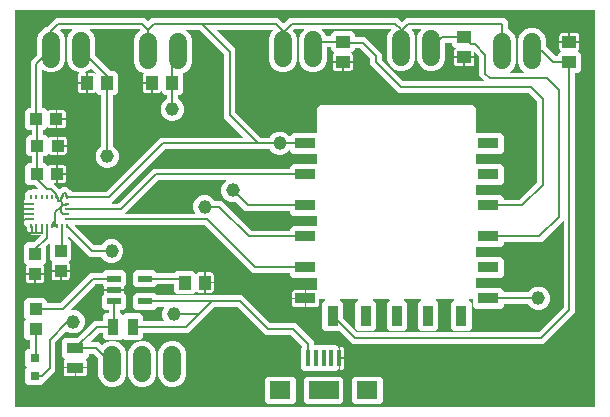
<source format=gbr>
G04 EAGLE Gerber RS-274X export*
G75*
%MOMM*%
%FSLAX34Y34*%
%LPD*%
%INTop Copper*%
%IPPOS*%
%AMOC8*
5,1,8,0,0,1.08239X$1,22.5*%
G01*
%ADD10R,1.000000X1.100000*%
%ADD11C,1.524000*%
%ADD12R,1.100000X1.000000*%
%ADD13R,1.447800X0.965200*%
%ADD14R,0.965200X1.447800*%
%ADD15R,0.400000X1.450000*%
%ADD16R,1.800000X1.500000*%
%ADD17R,2.500000X1.500000*%
%ADD18R,0.800000X0.800000*%
%ADD19R,1.005600X1.199997*%
%ADD20R,1.199997X1.005600*%
%ADD21R,1.778000X0.914400*%
%ADD22R,0.914400X1.778000*%
%ADD23R,0.270000X0.450000*%
%ADD24R,0.450000X0.270000*%
%ADD25R,1.200000X0.600000*%
%ADD26C,0.152400*%
%ADD27C,1.156400*%

G36*
X495605Y9076D02*
X495605Y9076D01*
X495656Y9078D01*
X495688Y9096D01*
X495724Y9104D01*
X495763Y9137D01*
X495808Y9161D01*
X495829Y9191D01*
X495857Y9214D01*
X495878Y9261D01*
X495908Y9303D01*
X495916Y9345D01*
X495928Y9373D01*
X495927Y9403D01*
X495935Y9445D01*
X495935Y344855D01*
X495924Y344905D01*
X495922Y344956D01*
X495904Y344988D01*
X495896Y345024D01*
X495863Y345063D01*
X495839Y345108D01*
X495809Y345129D01*
X495786Y345157D01*
X495739Y345178D01*
X495697Y345208D01*
X495655Y345216D01*
X495627Y345228D01*
X495597Y345227D01*
X495555Y345235D01*
X4445Y345235D01*
X4395Y345224D01*
X4344Y345222D01*
X4312Y345204D01*
X4276Y345196D01*
X4237Y345163D01*
X4192Y345139D01*
X4171Y345109D01*
X4143Y345086D01*
X4122Y345039D01*
X4092Y344997D01*
X4084Y344955D01*
X4072Y344927D01*
X4073Y344900D01*
X4072Y344898D01*
X4072Y344892D01*
X4065Y344855D01*
X4065Y9445D01*
X4076Y9395D01*
X4078Y9344D01*
X4096Y9312D01*
X4104Y9276D01*
X4137Y9237D01*
X4161Y9192D01*
X4191Y9171D01*
X4214Y9143D01*
X4261Y9122D01*
X4303Y9092D01*
X4345Y9084D01*
X4373Y9072D01*
X4403Y9073D01*
X4445Y9065D01*
X495555Y9065D01*
X495605Y9076D01*
G37*
%LPC*%
G36*
X290351Y62673D02*
X290351Y62673D01*
X279590Y73434D01*
X279525Y73474D01*
X279463Y73518D01*
X279451Y73520D01*
X279443Y73525D01*
X279406Y73529D01*
X279321Y73545D01*
X267094Y73545D01*
X264713Y75926D01*
X264713Y97074D01*
X267164Y99524D01*
X267177Y99546D01*
X267197Y99562D01*
X267223Y99619D01*
X267255Y99671D01*
X267258Y99697D01*
X267268Y99721D01*
X267266Y99782D01*
X267272Y99844D01*
X267263Y99868D01*
X267262Y99894D01*
X267232Y99948D01*
X267210Y100006D01*
X267191Y100023D01*
X267179Y100046D01*
X267128Y100081D01*
X267083Y100123D01*
X267058Y100131D01*
X267037Y100146D01*
X266953Y100162D01*
X266917Y100173D01*
X266907Y100171D01*
X266895Y100173D01*
X263001Y100173D01*
X262430Y100744D01*
X262408Y100758D01*
X262392Y100778D01*
X262335Y100803D01*
X262283Y100836D01*
X262257Y100838D01*
X262233Y100849D01*
X262172Y100846D01*
X262110Y100852D01*
X262086Y100843D01*
X262060Y100842D01*
X262006Y100812D01*
X261948Y100790D01*
X261931Y100772D01*
X261908Y100759D01*
X261873Y100709D01*
X261830Y100663D01*
X261823Y100639D01*
X261808Y100618D01*
X261792Y100533D01*
X261781Y100497D01*
X261783Y100487D01*
X261781Y100475D01*
X261781Y96093D01*
X261608Y95447D01*
X261273Y94868D01*
X260800Y94395D01*
X260221Y94060D01*
X259575Y93887D01*
X251111Y93887D01*
X251111Y100619D01*
X251100Y100669D01*
X251098Y100720D01*
X251080Y100752D01*
X251072Y100788D01*
X251039Y100827D01*
X251015Y100872D01*
X250985Y100893D01*
X250961Y100921D01*
X250915Y100942D01*
X250873Y100972D01*
X250831Y100980D01*
X250803Y100992D01*
X250773Y100991D01*
X250731Y100999D01*
X250349Y100999D01*
X250349Y101001D01*
X250731Y101001D01*
X250781Y101012D01*
X250832Y101014D01*
X250864Y101032D01*
X250900Y101040D01*
X250939Y101073D01*
X250984Y101097D01*
X251005Y101127D01*
X251033Y101151D01*
X251054Y101197D01*
X251084Y101239D01*
X251092Y101281D01*
X251104Y101309D01*
X251103Y101339D01*
X251111Y101381D01*
X251111Y108113D01*
X259574Y108113D01*
X259695Y108081D01*
X259708Y108080D01*
X259721Y108075D01*
X259794Y108077D01*
X259868Y108075D01*
X259880Y108081D01*
X259894Y108081D01*
X259958Y108116D01*
X260025Y108147D01*
X260034Y108157D01*
X260046Y108164D01*
X260088Y108224D01*
X260135Y108281D01*
X260138Y108294D01*
X260146Y108306D01*
X260173Y108448D01*
X260173Y118233D01*
X260162Y118283D01*
X260160Y118334D01*
X260142Y118366D01*
X260134Y118402D01*
X260101Y118441D01*
X260077Y118486D01*
X260047Y118507D01*
X260024Y118535D01*
X259977Y118556D01*
X259935Y118586D01*
X259893Y118594D01*
X259865Y118606D01*
X259835Y118605D01*
X259793Y118613D01*
X239776Y118613D01*
X237395Y120994D01*
X237395Y122043D01*
X237384Y122093D01*
X237382Y122144D01*
X237364Y122176D01*
X237356Y122212D01*
X237323Y122251D01*
X237299Y122296D01*
X237269Y122317D01*
X237246Y122345D01*
X237199Y122366D01*
X237157Y122396D01*
X237115Y122404D01*
X237087Y122416D01*
X237057Y122415D01*
X237015Y122423D01*
X205751Y122423D01*
X165162Y163012D01*
X165097Y163052D01*
X165035Y163096D01*
X165023Y163098D01*
X165015Y163103D01*
X164978Y163107D01*
X164893Y163123D01*
X55221Y163123D01*
X55196Y163117D01*
X55170Y163120D01*
X55112Y163098D01*
X55052Y163084D01*
X55032Y163067D01*
X55008Y163058D01*
X54966Y163013D01*
X54918Y162974D01*
X54908Y162950D01*
X54890Y162931D01*
X54873Y162872D01*
X54847Y162815D01*
X54848Y162790D01*
X54841Y162765D01*
X54852Y162704D01*
X54854Y162642D01*
X54866Y162620D01*
X54871Y162594D01*
X54919Y162523D01*
X54937Y162490D01*
X54945Y162484D01*
X54952Y162474D01*
X71238Y146188D01*
X71303Y146148D01*
X71365Y146104D01*
X71377Y146102D01*
X71385Y146097D01*
X71422Y146093D01*
X71507Y146077D01*
X77337Y146077D01*
X77399Y146091D01*
X77462Y146098D01*
X77483Y146111D01*
X77506Y146116D01*
X77555Y146157D01*
X77609Y146191D01*
X77623Y146213D01*
X77640Y146226D01*
X77655Y146261D01*
X77689Y146311D01*
X77902Y146828D01*
X80672Y149598D01*
X84291Y151097D01*
X88209Y151097D01*
X91828Y149598D01*
X94598Y146828D01*
X96097Y143209D01*
X96097Y139291D01*
X94598Y135672D01*
X91828Y132902D01*
X88209Y131403D01*
X84291Y131403D01*
X80672Y132902D01*
X77902Y135672D01*
X77689Y136189D01*
X77651Y136240D01*
X77621Y136296D01*
X77602Y136310D01*
X77587Y136329D01*
X77531Y136359D01*
X77479Y136396D01*
X77453Y136401D01*
X77434Y136411D01*
X77397Y136412D01*
X77337Y136423D01*
X67351Y136423D01*
X64412Y139362D01*
X49626Y154148D01*
X49604Y154162D01*
X49588Y154182D01*
X49531Y154207D01*
X49479Y154239D01*
X49453Y154242D01*
X49429Y154253D01*
X49368Y154250D01*
X49306Y154256D01*
X49282Y154247D01*
X49256Y154246D01*
X49202Y154216D01*
X49144Y154194D01*
X49127Y154175D01*
X49104Y154163D01*
X49069Y154113D01*
X49027Y154067D01*
X49019Y154043D01*
X49004Y154021D01*
X48988Y153937D01*
X48977Y153901D01*
X48979Y153891D01*
X48977Y153879D01*
X48977Y151345D01*
X48988Y151295D01*
X48990Y151244D01*
X49008Y151212D01*
X49016Y151176D01*
X49049Y151137D01*
X49073Y151092D01*
X49103Y151071D01*
X49126Y151043D01*
X49173Y151022D01*
X49215Y150992D01*
X49257Y150984D01*
X49285Y150972D01*
X49315Y150973D01*
X49357Y150965D01*
X49784Y150965D01*
X52165Y148584D01*
X52165Y134216D01*
X50040Y132091D01*
X50013Y132048D01*
X49978Y132010D01*
X49968Y131975D01*
X49948Y131944D01*
X49943Y131893D01*
X49929Y131844D01*
X49935Y131808D01*
X49932Y131772D01*
X49950Y131724D01*
X49959Y131674D01*
X49982Y131638D01*
X49993Y131610D01*
X50016Y131589D01*
X50040Y131554D01*
X50133Y131460D01*
X50468Y130881D01*
X50641Y130235D01*
X50641Y125161D01*
X43481Y125161D01*
X43431Y125150D01*
X43380Y125148D01*
X43348Y125130D01*
X43312Y125122D01*
X43273Y125089D01*
X43228Y125065D01*
X43207Y125035D01*
X43179Y125011D01*
X43158Y124965D01*
X43128Y124923D01*
X43120Y124881D01*
X43108Y124853D01*
X43109Y124823D01*
X43101Y124781D01*
X43101Y124399D01*
X43099Y124399D01*
X43099Y124781D01*
X43088Y124831D01*
X43086Y124882D01*
X43068Y124914D01*
X43060Y124950D01*
X43027Y124989D01*
X43003Y125034D01*
X42973Y125055D01*
X42949Y125083D01*
X42903Y125104D01*
X42861Y125134D01*
X42819Y125142D01*
X42791Y125154D01*
X42761Y125153D01*
X42719Y125161D01*
X35559Y125161D01*
X35559Y130235D01*
X35732Y130881D01*
X36067Y131460D01*
X36160Y131554D01*
X36187Y131597D01*
X36222Y131634D01*
X36232Y131670D01*
X36252Y131701D01*
X36257Y131751D01*
X36271Y131800D01*
X36265Y131837D01*
X36268Y131873D01*
X36250Y131921D01*
X36241Y131971D01*
X36218Y132006D01*
X36207Y132035D01*
X36184Y132056D01*
X36160Y132091D01*
X34035Y134216D01*
X34035Y147441D01*
X34029Y147466D01*
X34032Y147492D01*
X34010Y147550D01*
X33996Y147610D01*
X33979Y147630D01*
X33970Y147654D01*
X33925Y147696D01*
X33886Y147744D01*
X33862Y147754D01*
X33843Y147772D01*
X33784Y147789D01*
X33727Y147815D01*
X33702Y147814D01*
X33677Y147821D01*
X33616Y147810D01*
X33554Y147808D01*
X33532Y147796D01*
X33506Y147791D01*
X33435Y147743D01*
X33402Y147725D01*
X33396Y147717D01*
X33386Y147710D01*
X30676Y145000D01*
X30636Y144935D01*
X30592Y144873D01*
X30590Y144861D01*
X30585Y144853D01*
X30581Y144816D01*
X30565Y144731D01*
X30565Y131716D01*
X28440Y129591D01*
X28413Y129548D01*
X28378Y129510D01*
X28368Y129475D01*
X28348Y129444D01*
X28343Y129393D01*
X28329Y129344D01*
X28335Y129308D01*
X28332Y129272D01*
X28350Y129224D01*
X28359Y129174D01*
X28382Y129138D01*
X28393Y129110D01*
X28416Y129089D01*
X28440Y129054D01*
X28533Y128960D01*
X28868Y128381D01*
X29041Y127735D01*
X29041Y122661D01*
X21881Y122661D01*
X21831Y122650D01*
X21780Y122648D01*
X21748Y122630D01*
X21712Y122622D01*
X21673Y122589D01*
X21628Y122565D01*
X21607Y122535D01*
X21579Y122511D01*
X21558Y122465D01*
X21528Y122423D01*
X21520Y122381D01*
X21508Y122353D01*
X21509Y122323D01*
X21501Y122281D01*
X21501Y121899D01*
X21499Y121899D01*
X21499Y122281D01*
X21488Y122331D01*
X21486Y122382D01*
X21468Y122414D01*
X21460Y122450D01*
X21427Y122489D01*
X21403Y122534D01*
X21373Y122555D01*
X21349Y122583D01*
X21303Y122604D01*
X21261Y122634D01*
X21219Y122642D01*
X21191Y122654D01*
X21161Y122653D01*
X21119Y122661D01*
X13959Y122661D01*
X13959Y127735D01*
X14132Y128381D01*
X14467Y128960D01*
X14560Y129054D01*
X14587Y129097D01*
X14622Y129134D01*
X14632Y129170D01*
X14652Y129201D01*
X14657Y129251D01*
X14671Y129300D01*
X14665Y129337D01*
X14668Y129373D01*
X14650Y129421D01*
X14641Y129471D01*
X14618Y129506D01*
X14607Y129535D01*
X14584Y129556D01*
X14560Y129591D01*
X12435Y131716D01*
X12435Y146084D01*
X14816Y148465D01*
X20331Y148465D01*
X20405Y148482D01*
X20480Y148495D01*
X20490Y148502D01*
X20500Y148504D01*
X20529Y148528D01*
X20600Y148576D01*
X26312Y154288D01*
X26352Y154353D01*
X26396Y154415D01*
X26398Y154427D01*
X26403Y154435D01*
X26407Y154472D01*
X26423Y154557D01*
X26423Y154701D01*
X26412Y154751D01*
X26410Y154802D01*
X26392Y154834D01*
X26384Y154870D01*
X26351Y154909D01*
X26327Y154954D01*
X26297Y154975D01*
X26274Y155003D01*
X26227Y155024D01*
X26185Y155054D01*
X26143Y155062D01*
X26115Y155074D01*
X26085Y155073D01*
X26043Y155081D01*
X23011Y155081D01*
X22919Y155173D01*
X22876Y155200D01*
X22838Y155235D01*
X22803Y155246D01*
X22772Y155265D01*
X22721Y155270D01*
X22672Y155284D01*
X22636Y155278D01*
X22599Y155281D01*
X22552Y155263D01*
X22501Y155255D01*
X22466Y155231D01*
X22437Y155220D01*
X22417Y155197D01*
X22381Y155174D01*
X22289Y155081D01*
X18711Y155081D01*
X16420Y157372D01*
X16397Y157387D01*
X16380Y157407D01*
X16305Y157444D01*
X16273Y157464D01*
X16262Y157465D01*
X16250Y157471D01*
X16019Y157532D01*
X15440Y157867D01*
X14967Y158340D01*
X14632Y158919D01*
X14459Y159565D01*
X14459Y161476D01*
X14442Y161550D01*
X14429Y161624D01*
X14422Y161635D01*
X14420Y161644D01*
X14396Y161673D01*
X14348Y161744D01*
X12081Y164011D01*
X12081Y167589D01*
X12174Y167681D01*
X12200Y167724D01*
X12235Y167762D01*
X12246Y167797D01*
X12265Y167828D01*
X12270Y167879D01*
X12284Y167928D01*
X12278Y167964D01*
X12281Y168001D01*
X12263Y168048D01*
X12255Y168099D01*
X12231Y168134D01*
X12220Y168163D01*
X12197Y168184D01*
X12173Y168219D01*
X12081Y168311D01*
X12081Y171889D01*
X12174Y171981D01*
X12200Y172024D01*
X12235Y172062D01*
X12246Y172097D01*
X12265Y172128D01*
X12270Y172179D01*
X12284Y172228D01*
X12278Y172264D01*
X12281Y172301D01*
X12263Y172348D01*
X12255Y172399D01*
X12231Y172434D01*
X12220Y172463D01*
X12197Y172484D01*
X12173Y172519D01*
X12081Y172611D01*
X12081Y176189D01*
X12173Y176281D01*
X12200Y176324D01*
X12235Y176362D01*
X12246Y176397D01*
X12265Y176428D01*
X12270Y176479D01*
X12284Y176528D01*
X12278Y176564D01*
X12281Y176601D01*
X12263Y176648D01*
X12255Y176699D01*
X12231Y176734D01*
X12220Y176763D01*
X12197Y176783D01*
X12174Y176819D01*
X12081Y176911D01*
X12081Y180489D01*
X12173Y180581D01*
X12200Y180624D01*
X12235Y180662D01*
X12246Y180697D01*
X12265Y180728D01*
X12270Y180779D01*
X12284Y180828D01*
X12278Y180864D01*
X12281Y180901D01*
X12263Y180948D01*
X12255Y180999D01*
X12231Y181034D01*
X12220Y181063D01*
X12197Y181083D01*
X12174Y181119D01*
X12081Y181211D01*
X12081Y184789D01*
X12824Y185532D01*
X12864Y185596D01*
X12908Y185658D01*
X12910Y185670D01*
X12915Y185679D01*
X12919Y185716D01*
X12935Y185800D01*
X12935Y190584D01*
X15316Y192965D01*
X17800Y192965D01*
X17874Y192982D01*
X17948Y192995D01*
X17959Y193002D01*
X17968Y193004D01*
X17997Y193028D01*
X18069Y193076D01*
X18711Y193719D01*
X22289Y193719D01*
X22381Y193626D01*
X22424Y193600D01*
X22462Y193565D01*
X22497Y193554D01*
X22528Y193535D01*
X22579Y193530D01*
X22628Y193516D01*
X22664Y193522D01*
X22701Y193519D01*
X22748Y193537D01*
X22799Y193545D01*
X22834Y193569D01*
X22863Y193580D01*
X22884Y193603D01*
X22919Y193627D01*
X23011Y193719D01*
X23537Y193719D01*
X23562Y193725D01*
X23588Y193722D01*
X23646Y193744D01*
X23706Y193758D01*
X23726Y193775D01*
X23750Y193784D01*
X23792Y193829D01*
X23840Y193868D01*
X23850Y193892D01*
X23868Y193911D01*
X23885Y193970D01*
X23911Y194027D01*
X23910Y194052D01*
X23917Y194077D01*
X23906Y194138D01*
X23904Y194200D01*
X23892Y194222D01*
X23887Y194248D01*
X23839Y194319D01*
X23821Y194352D01*
X23813Y194358D01*
X23806Y194368D01*
X20962Y197212D01*
X20950Y197224D01*
X20885Y197264D01*
X20823Y197308D01*
X20811Y197310D01*
X20803Y197315D01*
X20766Y197319D01*
X20681Y197335D01*
X15666Y197335D01*
X13285Y199716D01*
X13285Y213084D01*
X15666Y215465D01*
X18243Y215465D01*
X18293Y215476D01*
X18344Y215478D01*
X18376Y215496D01*
X18412Y215504D01*
X18451Y215537D01*
X18496Y215561D01*
X18517Y215591D01*
X18545Y215614D01*
X18566Y215661D01*
X18596Y215703D01*
X18604Y215745D01*
X18616Y215773D01*
X18615Y215803D01*
X18623Y215845D01*
X18623Y220955D01*
X18612Y221005D01*
X18610Y221056D01*
X18592Y221088D01*
X18584Y221124D01*
X18551Y221163D01*
X18527Y221208D01*
X18497Y221229D01*
X18474Y221257D01*
X18427Y221278D01*
X18385Y221308D01*
X18343Y221316D01*
X18315Y221328D01*
X18285Y221327D01*
X18243Y221335D01*
X16266Y221335D01*
X13885Y223716D01*
X13885Y237084D01*
X16266Y239465D01*
X18243Y239465D01*
X18293Y239476D01*
X18344Y239478D01*
X18376Y239496D01*
X18412Y239504D01*
X18451Y239537D01*
X18496Y239561D01*
X18517Y239591D01*
X18545Y239614D01*
X18566Y239661D01*
X18596Y239703D01*
X18604Y239745D01*
X18616Y239773D01*
X18615Y239802D01*
X18616Y239804D01*
X18616Y239808D01*
X18623Y239845D01*
X18623Y243455D01*
X18612Y243505D01*
X18610Y243556D01*
X18592Y243588D01*
X18584Y243624D01*
X18551Y243663D01*
X18527Y243708D01*
X18497Y243729D01*
X18474Y243757D01*
X18427Y243778D01*
X18385Y243808D01*
X18343Y243816D01*
X18315Y243828D01*
X18285Y243827D01*
X18243Y243835D01*
X15366Y243835D01*
X12985Y246216D01*
X12985Y259584D01*
X15366Y261965D01*
X17343Y261965D01*
X17393Y261976D01*
X17444Y261978D01*
X17476Y261996D01*
X17512Y262004D01*
X17551Y262037D01*
X17596Y262061D01*
X17617Y262091D01*
X17645Y262114D01*
X17666Y262161D01*
X17696Y262203D01*
X17704Y262245D01*
X17716Y262273D01*
X17715Y262303D01*
X17723Y262345D01*
X17723Y301449D01*
X23054Y306780D01*
X23094Y306845D01*
X23138Y306907D01*
X23140Y306919D01*
X23145Y306927D01*
X23149Y306964D01*
X23165Y307049D01*
X23165Y321694D01*
X24944Y325989D01*
X28231Y329276D01*
X31095Y330462D01*
X31097Y330463D01*
X31098Y330464D01*
X31219Y330545D01*
X32962Y332288D01*
X36312Y335638D01*
X39251Y338577D01*
X113899Y338577D01*
X116931Y335545D01*
X116974Y335518D01*
X117012Y335483D01*
X117047Y335473D01*
X117078Y335454D01*
X117129Y335449D01*
X117178Y335434D01*
X117214Y335440D01*
X117251Y335437D01*
X117299Y335455D01*
X117349Y335464D01*
X117384Y335488D01*
X117413Y335499D01*
X117434Y335521D01*
X117469Y335545D01*
X120129Y338205D01*
X227371Y338205D01*
X230310Y335266D01*
X231606Y333970D01*
X231649Y333943D01*
X231687Y333908D01*
X231722Y333898D01*
X231753Y333879D01*
X231804Y333874D01*
X231853Y333859D01*
X231889Y333865D01*
X231926Y333862D01*
X231973Y333880D01*
X232024Y333889D01*
X232059Y333913D01*
X232088Y333924D01*
X232109Y333946D01*
X232144Y333970D01*
X236751Y338577D01*
X328249Y338577D01*
X331188Y335638D01*
X331606Y335220D01*
X331649Y335193D01*
X331687Y335158D01*
X331722Y335148D01*
X331753Y335129D01*
X331804Y335124D01*
X331853Y335109D01*
X331889Y335115D01*
X331926Y335112D01*
X331973Y335130D01*
X332024Y335139D01*
X332059Y335163D01*
X332088Y335174D01*
X332109Y335196D01*
X332144Y335220D01*
X335501Y338577D01*
X418699Y338577D01*
X421527Y335749D01*
X421527Y329172D01*
X421541Y329110D01*
X421548Y329047D01*
X421561Y329027D01*
X421566Y329004D01*
X421607Y328954D01*
X421641Y328901D01*
X421663Y328886D01*
X421676Y328870D01*
X421711Y328854D01*
X421761Y328821D01*
X423319Y328176D01*
X426606Y324889D01*
X428385Y320594D01*
X428385Y300706D01*
X426606Y296411D01*
X423319Y293124D01*
X423160Y293058D01*
X423149Y293051D01*
X423137Y293048D01*
X423079Y293000D01*
X423019Y292957D01*
X423013Y292946D01*
X423003Y292938D01*
X422973Y292870D01*
X422938Y292804D01*
X422937Y292791D01*
X422932Y292779D01*
X422935Y292705D01*
X422933Y292631D01*
X422938Y292619D01*
X422939Y292606D01*
X422974Y292541D01*
X423005Y292474D01*
X423015Y292465D01*
X423021Y292454D01*
X423082Y292412D01*
X423140Y292365D01*
X423152Y292362D01*
X423163Y292354D01*
X423305Y292327D01*
X435495Y292327D01*
X435507Y292330D01*
X435520Y292328D01*
X435591Y292349D01*
X435663Y292366D01*
X435673Y292374D01*
X435686Y292378D01*
X435740Y292429D01*
X435797Y292476D01*
X435802Y292488D01*
X435812Y292497D01*
X435838Y292567D01*
X435868Y292635D01*
X435867Y292648D01*
X435872Y292660D01*
X435864Y292733D01*
X435861Y292808D01*
X435855Y292819D01*
X435854Y292832D01*
X435814Y292895D01*
X435779Y292960D01*
X435768Y292967D01*
X435761Y292978D01*
X435640Y293058D01*
X435481Y293124D01*
X432194Y296411D01*
X430415Y300706D01*
X430415Y320594D01*
X432194Y324889D01*
X435481Y328176D01*
X439776Y329955D01*
X444424Y329955D01*
X448719Y328176D01*
X452006Y324889D01*
X453785Y320594D01*
X453785Y314449D01*
X453802Y314375D01*
X453815Y314300D01*
X453822Y314290D01*
X453824Y314280D01*
X453848Y314251D01*
X453896Y314180D01*
X462166Y305910D01*
X462231Y305870D01*
X462293Y305826D01*
X462305Y305824D01*
X462313Y305819D01*
X462350Y305815D01*
X462435Y305799D01*
X463405Y305799D01*
X463455Y305810D01*
X463506Y305812D01*
X463538Y305830D01*
X463574Y305838D01*
X463613Y305871D01*
X463658Y305895D01*
X463679Y305925D01*
X463707Y305948D01*
X463728Y305995D01*
X463758Y306037D01*
X463766Y306079D01*
X463778Y306107D01*
X463777Y306137D01*
X463785Y306179D01*
X463785Y307684D01*
X466166Y310065D01*
X466433Y310065D01*
X466506Y310082D01*
X466580Y310094D01*
X466590Y310101D01*
X466602Y310104D01*
X466660Y310152D01*
X466720Y310196D01*
X466726Y310207D01*
X466736Y310214D01*
X466766Y310283D01*
X466801Y310349D01*
X466802Y310361D01*
X466807Y310373D01*
X466804Y310447D01*
X466806Y310522D01*
X466801Y310533D01*
X466800Y310546D01*
X466764Y310612D01*
X466733Y310679D01*
X466723Y310688D01*
X466717Y310698D01*
X466686Y310720D01*
X466624Y310774D01*
X466290Y310967D01*
X465817Y311440D01*
X465482Y312019D01*
X465309Y312665D01*
X465309Y317267D01*
X473469Y317267D01*
X473519Y317278D01*
X473570Y317280D01*
X473602Y317298D01*
X473638Y317306D01*
X473677Y317339D01*
X473722Y317363D01*
X473743Y317393D01*
X473771Y317416D01*
X473792Y317463D01*
X473822Y317505D01*
X473830Y317547D01*
X473842Y317575D01*
X473841Y317605D01*
X473849Y317647D01*
X473849Y318029D01*
X473851Y318029D01*
X473851Y317647D01*
X473862Y317597D01*
X473864Y317546D01*
X473882Y317514D01*
X473890Y317478D01*
X473923Y317439D01*
X473947Y317394D01*
X473977Y317373D01*
X474001Y317345D01*
X474047Y317324D01*
X474089Y317294D01*
X474131Y317286D01*
X474159Y317274D01*
X474189Y317275D01*
X474231Y317267D01*
X482391Y317267D01*
X482391Y312665D01*
X482218Y312019D01*
X481883Y311440D01*
X481410Y310967D01*
X481076Y310774D01*
X481022Y310723D01*
X480964Y310676D01*
X480959Y310664D01*
X480950Y310656D01*
X480924Y310586D01*
X480893Y310517D01*
X480894Y310505D01*
X480889Y310494D01*
X480897Y310419D01*
X480900Y310344D01*
X480906Y310333D01*
X480907Y310321D01*
X480947Y310258D01*
X480983Y310192D01*
X480993Y310185D01*
X480999Y310175D01*
X481063Y310135D01*
X481124Y310092D01*
X481138Y310090D01*
X481147Y310084D01*
X481185Y310081D01*
X481267Y310065D01*
X481534Y310065D01*
X483915Y307684D01*
X483915Y294260D01*
X481534Y291879D01*
X479057Y291879D01*
X479007Y291868D01*
X478956Y291866D01*
X478924Y291848D01*
X478888Y291840D01*
X478849Y291807D01*
X478804Y291783D01*
X478783Y291753D01*
X478755Y291730D01*
X478734Y291683D01*
X478704Y291641D01*
X478696Y291599D01*
X478684Y291572D01*
X478685Y291541D01*
X478677Y291499D01*
X478677Y89351D01*
X451999Y62673D01*
X290351Y62673D01*
G37*
%LPD*%
G36*
X82067Y191494D02*
X82067Y191494D01*
X82142Y191507D01*
X82152Y191514D01*
X82162Y191516D01*
X82191Y191540D01*
X82262Y191588D01*
X127751Y237077D01*
X197429Y237077D01*
X197454Y237083D01*
X197480Y237080D01*
X197538Y237102D01*
X197598Y237116D01*
X197618Y237133D01*
X197642Y237142D01*
X197684Y237187D01*
X197732Y237226D01*
X197742Y237250D01*
X197760Y237269D01*
X197777Y237328D01*
X197803Y237385D01*
X197802Y237410D01*
X197809Y237435D01*
X197798Y237496D01*
X197796Y237558D01*
X197784Y237580D01*
X197779Y237606D01*
X197731Y237677D01*
X197713Y237710D01*
X197705Y237716D01*
X197698Y237726D01*
X184362Y251062D01*
X181423Y254001D01*
X181423Y307843D01*
X181406Y307917D01*
X181393Y307992D01*
X181386Y308002D01*
X181384Y308012D01*
X181360Y308041D01*
X181312Y308112D01*
X160984Y328440D01*
X160919Y328480D01*
X160857Y328524D01*
X160845Y328526D01*
X160837Y328531D01*
X160800Y328535D01*
X160715Y328551D01*
X149761Y328551D01*
X149736Y328545D01*
X149711Y328548D01*
X149653Y328526D01*
X149593Y328512D01*
X149573Y328495D01*
X149549Y328486D01*
X149507Y328441D01*
X149459Y328402D01*
X149448Y328378D01*
X149431Y328359D01*
X149413Y328300D01*
X149388Y328243D01*
X149389Y328218D01*
X149382Y328193D01*
X149392Y328132D01*
X149395Y328070D01*
X149407Y328048D01*
X149411Y328022D01*
X149460Y327951D01*
X149477Y327918D01*
X149486Y327912D01*
X149493Y327902D01*
X152506Y324889D01*
X154285Y320594D01*
X154285Y300706D01*
X152506Y296411D01*
X149219Y293124D01*
X146783Y292115D01*
X146751Y292093D01*
X146716Y292079D01*
X146682Y292043D01*
X146642Y292014D01*
X146624Y291980D01*
X146598Y291952D01*
X146584Y291905D01*
X146561Y291861D01*
X146560Y291823D01*
X146549Y291786D01*
X146557Y291737D01*
X146556Y291688D01*
X146572Y291653D01*
X146578Y291615D01*
X146612Y291565D01*
X146628Y291530D01*
X146644Y291517D01*
X146659Y291495D01*
X146771Y291384D01*
X146771Y276016D01*
X144390Y273635D01*
X142885Y273635D01*
X142835Y273624D01*
X142784Y273622D01*
X142752Y273604D01*
X142716Y273596D01*
X142677Y273563D01*
X142632Y273539D01*
X142611Y273509D01*
X142583Y273486D01*
X142562Y273439D01*
X142532Y273397D01*
X142524Y273355D01*
X142512Y273328D01*
X142513Y273297D01*
X142505Y273255D01*
X142505Y270089D01*
X142519Y270027D01*
X142526Y269964D01*
X142539Y269944D01*
X142544Y269920D01*
X142585Y269871D01*
X142619Y269818D01*
X142641Y269803D01*
X142654Y269787D01*
X142689Y269771D01*
X142739Y269738D01*
X143078Y269598D01*
X145848Y266828D01*
X147347Y263209D01*
X147347Y259291D01*
X145848Y255672D01*
X143078Y252902D01*
X139459Y251403D01*
X135541Y251403D01*
X131922Y252902D01*
X129152Y255672D01*
X127653Y259291D01*
X127653Y263209D01*
X129152Y266828D01*
X131922Y269598D01*
X132616Y269885D01*
X132668Y269922D01*
X132724Y269953D01*
X132738Y269972D01*
X132757Y269986D01*
X132787Y270042D01*
X132824Y270094D01*
X132829Y270121D01*
X132839Y270139D01*
X132840Y270177D01*
X132851Y270237D01*
X132851Y273255D01*
X132840Y273305D01*
X132838Y273356D01*
X132820Y273388D01*
X132812Y273424D01*
X132779Y273463D01*
X132755Y273508D01*
X132725Y273529D01*
X132702Y273557D01*
X132655Y273578D01*
X132613Y273608D01*
X132571Y273616D01*
X132543Y273628D01*
X132513Y273627D01*
X132471Y273635D01*
X130966Y273635D01*
X128585Y276016D01*
X128585Y276283D01*
X128568Y276356D01*
X128556Y276430D01*
X128549Y276440D01*
X128546Y276452D01*
X128498Y276510D01*
X128454Y276570D01*
X128443Y276576D01*
X128436Y276586D01*
X128367Y276616D01*
X128301Y276651D01*
X128289Y276652D01*
X128277Y276657D01*
X128203Y276654D01*
X128128Y276656D01*
X128117Y276651D01*
X128104Y276650D01*
X128038Y276614D01*
X127971Y276583D01*
X127962Y276573D01*
X127952Y276567D01*
X127930Y276536D01*
X127876Y276474D01*
X127683Y276140D01*
X127210Y275667D01*
X126631Y275332D01*
X125985Y275159D01*
X121383Y275159D01*
X121383Y283319D01*
X121372Y283369D01*
X121370Y283420D01*
X121352Y283452D01*
X121344Y283488D01*
X121311Y283527D01*
X121287Y283572D01*
X121257Y283593D01*
X121234Y283621D01*
X121187Y283642D01*
X121145Y283672D01*
X121103Y283680D01*
X121075Y283692D01*
X121045Y283691D01*
X121003Y283699D01*
X120621Y283699D01*
X120621Y284081D01*
X120610Y284131D01*
X120608Y284182D01*
X120590Y284214D01*
X120582Y284250D01*
X120549Y284289D01*
X120525Y284334D01*
X120495Y284355D01*
X120471Y284383D01*
X120425Y284404D01*
X120383Y284434D01*
X120341Y284442D01*
X120313Y284454D01*
X120283Y284453D01*
X120241Y284461D01*
X113053Y284461D01*
X113053Y290035D01*
X113226Y290681D01*
X113561Y291260D01*
X113604Y291303D01*
X113624Y291336D01*
X113652Y291362D01*
X113669Y291408D01*
X113695Y291450D01*
X113699Y291489D01*
X113712Y291525D01*
X113707Y291574D01*
X113712Y291623D01*
X113698Y291659D01*
X113694Y291697D01*
X113668Y291739D01*
X113650Y291785D01*
X113622Y291811D01*
X113601Y291843D01*
X113551Y291877D01*
X113523Y291902D01*
X113503Y291908D01*
X113481Y291923D01*
X110581Y293124D01*
X107294Y296411D01*
X105515Y300706D01*
X105515Y320594D01*
X107294Y324889D01*
X110346Y327940D01*
X110373Y327984D01*
X110407Y328021D01*
X110418Y328056D01*
X110437Y328088D01*
X110442Y328138D01*
X110457Y328187D01*
X110450Y328224D01*
X110454Y328260D01*
X110436Y328308D01*
X110427Y328358D01*
X110403Y328393D01*
X110392Y328422D01*
X110370Y328443D01*
X110346Y328478D01*
X110012Y328812D01*
X109947Y328852D01*
X109885Y328896D01*
X109873Y328898D01*
X109865Y328903D01*
X109828Y328907D01*
X109743Y328923D01*
X68139Y328923D01*
X68114Y328917D01*
X68089Y328920D01*
X68031Y328898D01*
X67971Y328884D01*
X67951Y328867D01*
X67927Y328858D01*
X67885Y328813D01*
X67837Y328774D01*
X67826Y328750D01*
X67809Y328731D01*
X67791Y328672D01*
X67766Y328615D01*
X67767Y328590D01*
X67760Y328565D01*
X67770Y328504D01*
X67773Y328442D01*
X67785Y328420D01*
X67789Y328394D01*
X67838Y328323D01*
X67855Y328290D01*
X67864Y328284D01*
X67871Y328274D01*
X70156Y325989D01*
X71935Y321694D01*
X71935Y307049D01*
X71952Y306975D01*
X71965Y306900D01*
X71972Y306890D01*
X71974Y306880D01*
X71998Y306851D01*
X72046Y306780D01*
X84950Y293876D01*
X85015Y293836D01*
X85077Y293792D01*
X85089Y293790D01*
X85097Y293785D01*
X85134Y293781D01*
X85219Y293765D01*
X89140Y293765D01*
X91521Y291384D01*
X91521Y276016D01*
X89140Y273635D01*
X87635Y273635D01*
X87585Y273624D01*
X87534Y273622D01*
X87502Y273604D01*
X87466Y273596D01*
X87427Y273563D01*
X87382Y273539D01*
X87361Y273509D01*
X87333Y273486D01*
X87312Y273439D01*
X87282Y273397D01*
X87274Y273355D01*
X87262Y273328D01*
X87263Y273297D01*
X87255Y273255D01*
X87255Y230193D01*
X87269Y230131D01*
X87276Y230068D01*
X87289Y230047D01*
X87294Y230024D01*
X87335Y229975D01*
X87369Y229921D01*
X87391Y229906D01*
X87404Y229890D01*
X87439Y229875D01*
X87489Y229841D01*
X88078Y229598D01*
X90848Y226828D01*
X92347Y223209D01*
X92347Y219291D01*
X90848Y215672D01*
X88078Y212902D01*
X84459Y211403D01*
X80541Y211403D01*
X76922Y212902D01*
X74152Y215672D01*
X72653Y219291D01*
X72653Y223209D01*
X74152Y226828D01*
X76922Y229598D01*
X77366Y229782D01*
X77418Y229819D01*
X77474Y229849D01*
X77488Y229869D01*
X77507Y229883D01*
X77537Y229939D01*
X77574Y229991D01*
X77579Y230017D01*
X77589Y230036D01*
X77590Y230073D01*
X77601Y230133D01*
X77601Y273255D01*
X77590Y273305D01*
X77588Y273356D01*
X77570Y273388D01*
X77562Y273424D01*
X77529Y273463D01*
X77505Y273508D01*
X77475Y273529D01*
X77452Y273557D01*
X77405Y273578D01*
X77363Y273608D01*
X77321Y273616D01*
X77293Y273628D01*
X77263Y273627D01*
X77221Y273635D01*
X75716Y273635D01*
X73335Y276016D01*
X73335Y276283D01*
X73318Y276356D01*
X73306Y276430D01*
X73299Y276440D01*
X73296Y276452D01*
X73248Y276510D01*
X73204Y276571D01*
X73193Y276576D01*
X73186Y276586D01*
X73117Y276616D01*
X73051Y276651D01*
X73039Y276652D01*
X73027Y276657D01*
X72953Y276654D01*
X72878Y276656D01*
X72867Y276651D01*
X72854Y276650D01*
X72788Y276614D01*
X72721Y276583D01*
X72712Y276573D01*
X72702Y276567D01*
X72680Y276536D01*
X72626Y276474D01*
X72433Y276140D01*
X71960Y275667D01*
X71381Y275332D01*
X70735Y275159D01*
X66133Y275159D01*
X66133Y283319D01*
X66122Y283369D01*
X66120Y283420D01*
X66102Y283452D01*
X66094Y283488D01*
X66061Y283527D01*
X66037Y283572D01*
X66007Y283593D01*
X65984Y283621D01*
X65937Y283642D01*
X65895Y283672D01*
X65853Y283680D01*
X65825Y283692D01*
X65795Y283691D01*
X65753Y283699D01*
X65371Y283699D01*
X65371Y283701D01*
X65753Y283701D01*
X65803Y283712D01*
X65854Y283714D01*
X65886Y283732D01*
X65922Y283740D01*
X65961Y283773D01*
X66006Y283797D01*
X66027Y283827D01*
X66055Y283851D01*
X66076Y283897D01*
X66106Y283939D01*
X66114Y283981D01*
X66126Y284009D01*
X66125Y284039D01*
X66133Y284081D01*
X66133Y292241D01*
X70735Y292241D01*
X71381Y292068D01*
X71960Y291733D01*
X72433Y291260D01*
X72626Y290926D01*
X72677Y290872D01*
X72724Y290814D01*
X72736Y290809D01*
X72744Y290800D01*
X72814Y290774D01*
X72883Y290743D01*
X72895Y290744D01*
X72906Y290739D01*
X72981Y290747D01*
X73056Y290750D01*
X73067Y290756D01*
X73079Y290757D01*
X73142Y290797D01*
X73208Y290833D01*
X73215Y290843D01*
X73225Y290849D01*
X73265Y290913D01*
X73308Y290974D01*
X73310Y290988D01*
X73316Y290997D01*
X73319Y291035D01*
X73335Y291117D01*
X73335Y291401D01*
X73356Y291423D01*
X73366Y291458D01*
X73385Y291489D01*
X73390Y291540D01*
X73405Y291589D01*
X73398Y291625D01*
X73402Y291662D01*
X73384Y291710D01*
X73375Y291760D01*
X73351Y291795D01*
X73340Y291824D01*
X73318Y291845D01*
X73294Y291880D01*
X69178Y295996D01*
X69135Y296023D01*
X69097Y296057D01*
X69062Y296068D01*
X69031Y296087D01*
X68980Y296092D01*
X68931Y296107D01*
X68895Y296100D01*
X68859Y296104D01*
X68811Y296086D01*
X68761Y296077D01*
X68725Y296053D01*
X68697Y296042D01*
X68676Y296020D01*
X68640Y295996D01*
X66869Y294224D01*
X63846Y292972D01*
X63836Y292965D01*
X63823Y292962D01*
X63766Y292914D01*
X63706Y292871D01*
X63700Y292860D01*
X63690Y292852D01*
X63659Y292784D01*
X63624Y292718D01*
X63624Y292705D01*
X63619Y292693D01*
X63621Y292619D01*
X63619Y292545D01*
X63625Y292533D01*
X63625Y292520D01*
X63661Y292455D01*
X63692Y292388D01*
X63702Y292379D01*
X63708Y292368D01*
X63768Y292325D01*
X63826Y292279D01*
X63839Y292276D01*
X63850Y292268D01*
X63992Y292241D01*
X64611Y292241D01*
X64611Y284461D01*
X57803Y284461D01*
X57803Y290035D01*
X57976Y290681D01*
X58311Y291260D01*
X58784Y291733D01*
X58788Y291736D01*
X58843Y291787D01*
X58901Y291834D01*
X58906Y291846D01*
X58915Y291854D01*
X58941Y291924D01*
X58972Y291993D01*
X58971Y292005D01*
X58976Y292016D01*
X58968Y292091D01*
X58965Y292166D01*
X58959Y292176D01*
X58958Y292189D01*
X58918Y292252D01*
X58882Y292318D01*
X58872Y292325D01*
X58866Y292335D01*
X58802Y292375D01*
X58741Y292418D01*
X58728Y292420D01*
X58718Y292426D01*
X58681Y292429D01*
X58599Y292445D01*
X57926Y292445D01*
X53631Y294224D01*
X50344Y297511D01*
X48565Y301806D01*
X48565Y321694D01*
X50344Y325989D01*
X52629Y328274D01*
X52643Y328296D01*
X52663Y328312D01*
X52688Y328369D01*
X52721Y328421D01*
X52723Y328447D01*
X52734Y328471D01*
X52732Y328532D01*
X52737Y328594D01*
X52728Y328618D01*
X52727Y328644D01*
X52698Y328698D01*
X52676Y328756D01*
X52657Y328773D01*
X52645Y328796D01*
X52594Y328831D01*
X52549Y328873D01*
X52524Y328881D01*
X52503Y328896D01*
X52418Y328912D01*
X52383Y328923D01*
X52373Y328921D01*
X52361Y328923D01*
X43407Y328923D01*
X43333Y328906D01*
X43258Y328893D01*
X43248Y328886D01*
X43238Y328884D01*
X43209Y328860D01*
X43138Y328812D01*
X42804Y328478D01*
X42777Y328435D01*
X42743Y328397D01*
X42732Y328362D01*
X42713Y328331D01*
X42708Y328280D01*
X42693Y328231D01*
X42700Y328195D01*
X42696Y328159D01*
X42714Y328111D01*
X42723Y328061D01*
X42747Y328025D01*
X42758Y327997D01*
X42780Y327976D01*
X42804Y327940D01*
X44756Y325989D01*
X46535Y321694D01*
X46535Y301806D01*
X44756Y297511D01*
X41469Y294224D01*
X37174Y292445D01*
X32526Y292445D01*
X28231Y294224D01*
X28026Y294429D01*
X28004Y294443D01*
X27988Y294463D01*
X27931Y294488D01*
X27879Y294521D01*
X27853Y294523D01*
X27829Y294534D01*
X27768Y294532D01*
X27706Y294537D01*
X27682Y294528D01*
X27656Y294527D01*
X27602Y294498D01*
X27544Y294476D01*
X27527Y294457D01*
X27504Y294445D01*
X27469Y294394D01*
X27427Y294349D01*
X27419Y294324D01*
X27404Y294303D01*
X27388Y294218D01*
X27377Y294183D01*
X27379Y294173D01*
X27377Y294161D01*
X27377Y262345D01*
X27388Y262295D01*
X27390Y262244D01*
X27408Y262212D01*
X27416Y262176D01*
X27449Y262137D01*
X27473Y262092D01*
X27503Y262071D01*
X27526Y262043D01*
X27573Y262022D01*
X27615Y261992D01*
X27657Y261984D01*
X27685Y261972D01*
X27715Y261973D01*
X27757Y261965D01*
X29734Y261965D01*
X31859Y259840D01*
X31902Y259813D01*
X31940Y259778D01*
X31975Y259768D01*
X32006Y259748D01*
X32057Y259743D01*
X32106Y259729D01*
X32142Y259735D01*
X32178Y259732D01*
X32226Y259750D01*
X32276Y259759D01*
X32312Y259782D01*
X32340Y259793D01*
X32361Y259816D01*
X32396Y259840D01*
X32490Y259933D01*
X33069Y260268D01*
X33715Y260441D01*
X38789Y260441D01*
X38789Y253281D01*
X38800Y253231D01*
X38802Y253180D01*
X38820Y253148D01*
X38828Y253112D01*
X38861Y253073D01*
X38885Y253028D01*
X38915Y253007D01*
X38938Y252979D01*
X38985Y252958D01*
X39027Y252928D01*
X39069Y252920D01*
X39097Y252908D01*
X39127Y252909D01*
X39169Y252901D01*
X39551Y252901D01*
X39551Y252899D01*
X39169Y252899D01*
X39119Y252888D01*
X39068Y252886D01*
X39036Y252868D01*
X39000Y252860D01*
X38961Y252827D01*
X38916Y252803D01*
X38895Y252773D01*
X38867Y252749D01*
X38846Y252703D01*
X38816Y252661D01*
X38808Y252619D01*
X38796Y252591D01*
X38797Y252561D01*
X38789Y252519D01*
X38789Y245359D01*
X33715Y245359D01*
X33069Y245532D01*
X32490Y245867D01*
X32396Y245960D01*
X32353Y245987D01*
X32316Y246022D01*
X32280Y246032D01*
X32249Y246052D01*
X32199Y246057D01*
X32150Y246071D01*
X32113Y246065D01*
X32077Y246068D01*
X32029Y246050D01*
X31979Y246041D01*
X31944Y246018D01*
X31915Y246007D01*
X31894Y245984D01*
X31859Y245960D01*
X29734Y243835D01*
X28657Y243835D01*
X28607Y243824D01*
X28556Y243822D01*
X28524Y243804D01*
X28488Y243796D01*
X28449Y243763D01*
X28404Y243739D01*
X28383Y243709D01*
X28355Y243686D01*
X28334Y243639D01*
X28304Y243597D01*
X28296Y243555D01*
X28284Y243527D01*
X28285Y243497D01*
X28277Y243455D01*
X28277Y239845D01*
X28288Y239795D01*
X28290Y239744D01*
X28308Y239712D01*
X28316Y239676D01*
X28349Y239637D01*
X28373Y239592D01*
X28403Y239571D01*
X28426Y239543D01*
X28473Y239522D01*
X28515Y239492D01*
X28557Y239484D01*
X28585Y239472D01*
X28615Y239473D01*
X28657Y239465D01*
X30634Y239465D01*
X32759Y237340D01*
X32802Y237313D01*
X32840Y237278D01*
X32875Y237268D01*
X32906Y237248D01*
X32957Y237243D01*
X33006Y237229D01*
X33042Y237235D01*
X33078Y237232D01*
X33126Y237250D01*
X33176Y237259D01*
X33212Y237282D01*
X33240Y237293D01*
X33261Y237316D01*
X33296Y237340D01*
X33390Y237433D01*
X33969Y237768D01*
X34615Y237941D01*
X39689Y237941D01*
X39689Y230781D01*
X39700Y230731D01*
X39702Y230680D01*
X39720Y230648D01*
X39728Y230612D01*
X39761Y230573D01*
X39785Y230528D01*
X39815Y230507D01*
X39838Y230479D01*
X39885Y230458D01*
X39927Y230428D01*
X39969Y230420D01*
X39997Y230408D01*
X40027Y230409D01*
X40069Y230401D01*
X40451Y230401D01*
X40451Y230399D01*
X40069Y230399D01*
X40019Y230388D01*
X39968Y230386D01*
X39936Y230368D01*
X39900Y230360D01*
X39861Y230327D01*
X39816Y230303D01*
X39795Y230273D01*
X39767Y230249D01*
X39746Y230203D01*
X39716Y230161D01*
X39708Y230119D01*
X39696Y230091D01*
X39697Y230065D01*
X39696Y230062D01*
X39696Y230056D01*
X39689Y230019D01*
X39689Y222859D01*
X34615Y222859D01*
X33969Y223032D01*
X33390Y223367D01*
X33296Y223460D01*
X33253Y223487D01*
X33216Y223522D01*
X33180Y223532D01*
X33149Y223552D01*
X33099Y223557D01*
X33050Y223571D01*
X33013Y223565D01*
X32977Y223568D01*
X32929Y223550D01*
X32879Y223541D01*
X32844Y223518D01*
X32815Y223507D01*
X32794Y223484D01*
X32759Y223460D01*
X30634Y221335D01*
X28657Y221335D01*
X28607Y221324D01*
X28556Y221322D01*
X28524Y221304D01*
X28488Y221296D01*
X28449Y221263D01*
X28404Y221239D01*
X28383Y221209D01*
X28355Y221186D01*
X28334Y221139D01*
X28304Y221097D01*
X28296Y221055D01*
X28284Y221027D01*
X28285Y220997D01*
X28277Y220955D01*
X28277Y215845D01*
X28288Y215795D01*
X28290Y215744D01*
X28308Y215712D01*
X28316Y215676D01*
X28349Y215637D01*
X28373Y215592D01*
X28403Y215571D01*
X28426Y215543D01*
X28473Y215522D01*
X28515Y215492D01*
X28557Y215484D01*
X28585Y215472D01*
X28615Y215473D01*
X28657Y215465D01*
X30034Y215465D01*
X32159Y213340D01*
X32202Y213313D01*
X32240Y213278D01*
X32275Y213268D01*
X32306Y213248D01*
X32357Y213243D01*
X32406Y213229D01*
X32442Y213235D01*
X32478Y213232D01*
X32526Y213250D01*
X32576Y213259D01*
X32612Y213282D01*
X32640Y213293D01*
X32661Y213316D01*
X32696Y213340D01*
X32790Y213433D01*
X33369Y213768D01*
X34015Y213941D01*
X39089Y213941D01*
X39089Y206781D01*
X39100Y206731D01*
X39102Y206680D01*
X39120Y206648D01*
X39128Y206612D01*
X39161Y206573D01*
X39185Y206528D01*
X39215Y206507D01*
X39238Y206479D01*
X39285Y206458D01*
X39327Y206428D01*
X39369Y206420D01*
X39397Y206408D01*
X39427Y206409D01*
X39469Y206401D01*
X39851Y206401D01*
X39851Y206399D01*
X39469Y206399D01*
X39419Y206388D01*
X39368Y206386D01*
X39336Y206368D01*
X39300Y206360D01*
X39261Y206327D01*
X39216Y206303D01*
X39195Y206273D01*
X39167Y206249D01*
X39146Y206203D01*
X39116Y206161D01*
X39108Y206119D01*
X39096Y206091D01*
X39097Y206061D01*
X39089Y206019D01*
X39089Y198859D01*
X37918Y198859D01*
X37893Y198853D01*
X37867Y198856D01*
X37809Y198834D01*
X37749Y198820D01*
X37729Y198803D01*
X37705Y198794D01*
X37663Y198749D01*
X37615Y198710D01*
X37605Y198686D01*
X37587Y198667D01*
X37570Y198608D01*
X37544Y198551D01*
X37545Y198526D01*
X37538Y198501D01*
X37549Y198440D01*
X37551Y198378D01*
X37563Y198356D01*
X37568Y198330D01*
X37616Y198259D01*
X37634Y198226D01*
X37642Y198220D01*
X37649Y198210D01*
X40221Y195638D01*
X41979Y193880D01*
X42022Y193853D01*
X42060Y193818D01*
X42095Y193808D01*
X42126Y193788D01*
X42177Y193784D01*
X42226Y193769D01*
X42262Y193775D01*
X42299Y193772D01*
X42346Y193790D01*
X42397Y193799D01*
X42432Y193823D01*
X42461Y193833D01*
X42482Y193856D01*
X42517Y193880D01*
X43880Y195243D01*
X48720Y195243D01*
X50887Y193076D01*
X50951Y193036D01*
X51013Y192992D01*
X51026Y192990D01*
X51034Y192985D01*
X51071Y192981D01*
X51156Y192965D01*
X51484Y192965D01*
X52860Y191588D01*
X52925Y191548D01*
X52987Y191504D01*
X52999Y191502D01*
X53008Y191497D01*
X53045Y191493D01*
X53129Y191477D01*
X81993Y191477D01*
X82067Y191494D01*
G37*
G36*
X431417Y184594D02*
X431417Y184594D01*
X431492Y184607D01*
X431502Y184614D01*
X431512Y184616D01*
X431541Y184640D01*
X431612Y184688D01*
X446312Y199388D01*
X446352Y199453D01*
X446396Y199515D01*
X446398Y199527D01*
X446403Y199535D01*
X446407Y199572D01*
X446423Y199657D01*
X446423Y267843D01*
X446406Y267917D01*
X446393Y267992D01*
X446386Y268002D01*
X446384Y268012D01*
X446360Y268041D01*
X446312Y268112D01*
X439362Y275062D01*
X439297Y275102D01*
X439235Y275146D01*
X439223Y275148D01*
X439215Y275153D01*
X439178Y275157D01*
X439093Y275173D01*
X329251Y275173D01*
X305173Y299251D01*
X305173Y304093D01*
X305156Y304167D01*
X305143Y304242D01*
X305136Y304252D01*
X305134Y304262D01*
X305110Y304291D01*
X305062Y304362D01*
X296862Y312562D01*
X296797Y312602D01*
X296735Y312646D01*
X296723Y312648D01*
X296715Y312653D01*
X296678Y312657D01*
X296593Y312673D01*
X292345Y312673D01*
X292295Y312662D01*
X292244Y312660D01*
X292212Y312642D01*
X292176Y312634D01*
X292137Y312601D01*
X292092Y312577D01*
X292071Y312547D01*
X292043Y312524D01*
X292022Y312477D01*
X291992Y312435D01*
X291984Y312393D01*
X291972Y312365D01*
X291973Y312335D01*
X291965Y312293D01*
X291965Y311766D01*
X289584Y309385D01*
X289317Y309385D01*
X289244Y309368D01*
X289170Y309356D01*
X289160Y309349D01*
X289148Y309346D01*
X289090Y309298D01*
X289030Y309254D01*
X289024Y309243D01*
X289014Y309236D01*
X288983Y309167D01*
X288949Y309101D01*
X288948Y309089D01*
X288943Y309077D01*
X288946Y309003D01*
X288944Y308928D01*
X288949Y308917D01*
X288950Y308904D01*
X288986Y308838D01*
X289017Y308771D01*
X289027Y308762D01*
X289033Y308752D01*
X289064Y308730D01*
X289126Y308676D01*
X289460Y308483D01*
X289933Y308010D01*
X290268Y307431D01*
X290441Y306785D01*
X290441Y302183D01*
X282281Y302183D01*
X282231Y302172D01*
X282180Y302170D01*
X282148Y302152D01*
X282112Y302144D01*
X282073Y302111D01*
X282028Y302087D01*
X282007Y302057D01*
X281979Y302034D01*
X281958Y301987D01*
X281928Y301945D01*
X281920Y301903D01*
X281908Y301875D01*
X281909Y301845D01*
X281901Y301803D01*
X281901Y301421D01*
X281899Y301421D01*
X281899Y301803D01*
X281888Y301853D01*
X281886Y301904D01*
X281868Y301936D01*
X281860Y301972D01*
X281827Y302011D01*
X281803Y302056D01*
X281773Y302077D01*
X281749Y302105D01*
X281703Y302126D01*
X281661Y302156D01*
X281619Y302164D01*
X281591Y302176D01*
X281561Y302175D01*
X281519Y302183D01*
X273359Y302183D01*
X273359Y306785D01*
X273532Y307431D01*
X273867Y308010D01*
X274340Y308483D01*
X274674Y308676D01*
X274728Y308727D01*
X274786Y308774D01*
X274791Y308786D01*
X274800Y308794D01*
X274826Y308864D01*
X274857Y308933D01*
X274856Y308945D01*
X274861Y308956D01*
X274853Y309031D01*
X274850Y309106D01*
X274844Y309117D01*
X274843Y309129D01*
X274803Y309192D01*
X274767Y309258D01*
X274757Y309265D01*
X274751Y309275D01*
X274687Y309315D01*
X274626Y309358D01*
X274612Y309360D01*
X274603Y309366D01*
X274565Y309369D01*
X274483Y309385D01*
X274216Y309385D01*
X271835Y311766D01*
X271835Y313271D01*
X271824Y313321D01*
X271822Y313372D01*
X271804Y313404D01*
X271796Y313440D01*
X271763Y313479D01*
X271739Y313524D01*
X271709Y313545D01*
X271686Y313573D01*
X271639Y313594D01*
X271597Y313624D01*
X271555Y313632D01*
X271528Y313644D01*
X271497Y313643D01*
X271455Y313651D01*
X268665Y313651D01*
X268615Y313640D01*
X268564Y313638D01*
X268532Y313620D01*
X268496Y313612D01*
X268457Y313579D01*
X268412Y313555D01*
X268391Y313525D01*
X268363Y313502D01*
X268342Y313455D01*
X268312Y313413D01*
X268304Y313371D01*
X268292Y313343D01*
X268292Y313338D01*
X268292Y313337D01*
X268293Y313312D01*
X268285Y313271D01*
X268285Y301956D01*
X266506Y297661D01*
X263219Y294374D01*
X258924Y292595D01*
X254276Y292595D01*
X249981Y294374D01*
X246694Y297661D01*
X244915Y301956D01*
X244915Y321844D01*
X246694Y326139D01*
X248829Y328274D01*
X248843Y328296D01*
X248863Y328312D01*
X248888Y328369D01*
X248921Y328421D01*
X248923Y328447D01*
X248934Y328471D01*
X248932Y328532D01*
X248937Y328594D01*
X248928Y328618D01*
X248927Y328644D01*
X248898Y328698D01*
X248876Y328756D01*
X248857Y328773D01*
X248845Y328796D01*
X248794Y328831D01*
X248749Y328873D01*
X248724Y328881D01*
X248703Y328896D01*
X248618Y328912D01*
X248583Y328923D01*
X248573Y328921D01*
X248561Y328923D01*
X240907Y328923D01*
X240833Y328906D01*
X240758Y328893D01*
X240748Y328886D01*
X240738Y328884D01*
X240709Y328860D01*
X240638Y328812D01*
X239804Y327978D01*
X239792Y327958D01*
X239776Y327945D01*
X239765Y327922D01*
X239743Y327897D01*
X239732Y327862D01*
X239713Y327831D01*
X239710Y327798D01*
X239705Y327787D01*
X239705Y327771D01*
X239693Y327731D01*
X239700Y327695D01*
X239696Y327659D01*
X239711Y327620D01*
X239711Y327614D01*
X239715Y327606D01*
X239723Y327561D01*
X239747Y327525D01*
X239758Y327497D01*
X239780Y327476D01*
X239804Y327440D01*
X241106Y326139D01*
X242885Y321844D01*
X242885Y301956D01*
X241106Y297661D01*
X237819Y294374D01*
X233524Y292595D01*
X228876Y292595D01*
X224581Y294374D01*
X221294Y297661D01*
X219515Y301956D01*
X219515Y321844D01*
X221294Y326139D01*
X223057Y327902D01*
X223071Y327924D01*
X223091Y327940D01*
X223116Y327997D01*
X223149Y328049D01*
X223151Y328075D01*
X223162Y328099D01*
X223160Y328160D01*
X223165Y328222D01*
X223156Y328246D01*
X223155Y328272D01*
X223126Y328326D01*
X223104Y328384D01*
X223085Y328401D01*
X223073Y328424D01*
X223022Y328459D01*
X222977Y328501D01*
X222952Y328509D01*
X222931Y328524D01*
X222846Y328540D01*
X222811Y328551D01*
X222801Y328549D01*
X222789Y328551D01*
X175443Y328551D01*
X175418Y328545D01*
X175392Y328548D01*
X175334Y328526D01*
X175274Y328512D01*
X175254Y328495D01*
X175230Y328486D01*
X175188Y328441D01*
X175140Y328402D01*
X175130Y328378D01*
X175112Y328359D01*
X175095Y328300D01*
X175069Y328243D01*
X175070Y328218D01*
X175063Y328193D01*
X175074Y328132D01*
X175076Y328070D01*
X175088Y328048D01*
X175093Y328022D01*
X175141Y327951D01*
X175159Y327918D01*
X175167Y327912D01*
X175174Y327902D01*
X191077Y311999D01*
X191077Y258157D01*
X191094Y258083D01*
X191107Y258008D01*
X191114Y257998D01*
X191116Y257988D01*
X191140Y257959D01*
X191188Y257888D01*
X211888Y237188D01*
X211953Y237148D01*
X212015Y237104D01*
X212027Y237102D01*
X212035Y237097D01*
X212072Y237093D01*
X212157Y237077D01*
X219734Y237077D01*
X219796Y237091D01*
X219859Y237098D01*
X219879Y237111D01*
X219902Y237116D01*
X219951Y237157D01*
X220005Y237191D01*
X220020Y237213D01*
X220036Y237226D01*
X220051Y237261D01*
X220085Y237311D01*
X220402Y238078D01*
X223172Y240848D01*
X226791Y242347D01*
X230709Y242347D01*
X234328Y240848D01*
X236764Y238412D01*
X236807Y238385D01*
X236844Y238350D01*
X236880Y238340D01*
X236911Y238320D01*
X236962Y238316D01*
X237011Y238301D01*
X237047Y238307D01*
X237083Y238304D01*
X237131Y238322D01*
X237181Y238331D01*
X237217Y238355D01*
X237245Y238365D01*
X237266Y238388D01*
X237301Y238412D01*
X239776Y240887D01*
X259793Y240887D01*
X259843Y240898D01*
X259894Y240900D01*
X259926Y240918D01*
X259962Y240926D01*
X260001Y240959D01*
X260046Y240983D01*
X260067Y241013D01*
X260095Y241036D01*
X260116Y241083D01*
X260146Y241125D01*
X260154Y241167D01*
X260166Y241195D01*
X260165Y241225D01*
X260173Y241267D01*
X260173Y261999D01*
X263001Y264827D01*
X391999Y264827D01*
X394827Y261999D01*
X394827Y241267D01*
X394838Y241217D01*
X394840Y241166D01*
X394858Y241134D01*
X394866Y241098D01*
X394899Y241059D01*
X394923Y241014D01*
X394953Y240993D01*
X394976Y240965D01*
X395023Y240944D01*
X395065Y240914D01*
X395107Y240906D01*
X395135Y240894D01*
X395165Y240895D01*
X395207Y240887D01*
X415924Y240887D01*
X418305Y238506D01*
X418305Y225994D01*
X415924Y223613D01*
X395207Y223613D01*
X395157Y223602D01*
X395106Y223600D01*
X395074Y223582D01*
X395038Y223574D01*
X394999Y223541D01*
X394954Y223517D01*
X394933Y223487D01*
X394905Y223464D01*
X394884Y223417D01*
X394854Y223375D01*
X394846Y223333D01*
X394834Y223305D01*
X394835Y223275D01*
X394827Y223233D01*
X394827Y215017D01*
X394838Y214967D01*
X394840Y214916D01*
X394858Y214884D01*
X394866Y214848D01*
X394899Y214809D01*
X394923Y214764D01*
X394953Y214743D01*
X394976Y214715D01*
X395023Y214694D01*
X395065Y214664D01*
X395107Y214656D01*
X395135Y214644D01*
X395165Y214645D01*
X395207Y214637D01*
X415924Y214637D01*
X418305Y212256D01*
X418305Y199744D01*
X415924Y197363D01*
X395207Y197363D01*
X395157Y197352D01*
X395106Y197350D01*
X395074Y197332D01*
X395038Y197324D01*
X394999Y197291D01*
X394954Y197267D01*
X394933Y197237D01*
X394905Y197214D01*
X394884Y197167D01*
X394854Y197125D01*
X394846Y197083D01*
X394834Y197055D01*
X394835Y197025D01*
X394827Y196983D01*
X394827Y188767D01*
X394838Y188717D01*
X394840Y188666D01*
X394858Y188634D01*
X394866Y188598D01*
X394899Y188559D01*
X394923Y188514D01*
X394953Y188493D01*
X394976Y188465D01*
X395023Y188444D01*
X395065Y188414D01*
X395107Y188406D01*
X395135Y188394D01*
X395165Y188395D01*
X395207Y188387D01*
X415924Y188387D01*
X418305Y186006D01*
X418305Y184957D01*
X418316Y184907D01*
X418318Y184856D01*
X418336Y184824D01*
X418344Y184788D01*
X418377Y184749D01*
X418401Y184704D01*
X418431Y184683D01*
X418454Y184655D01*
X418501Y184634D01*
X418543Y184604D01*
X418585Y184596D01*
X418613Y184584D01*
X418643Y184585D01*
X418685Y184577D01*
X431343Y184577D01*
X431417Y184594D01*
G37*
%LPC*%
G36*
X84476Y26095D02*
X84476Y26095D01*
X80181Y27874D01*
X76894Y31161D01*
X75115Y35456D01*
X75115Y50101D01*
X75098Y50175D01*
X75085Y50250D01*
X75078Y50260D01*
X75076Y50270D01*
X75052Y50299D01*
X75004Y50370D01*
X71307Y54067D01*
X71242Y54107D01*
X71180Y54151D01*
X71168Y54153D01*
X71160Y54158D01*
X71123Y54162D01*
X71038Y54178D01*
X67284Y54178D01*
X67234Y54167D01*
X67183Y54165D01*
X67151Y54147D01*
X67115Y54139D01*
X67076Y54106D01*
X67031Y54082D01*
X67010Y54052D01*
X66982Y54029D01*
X66961Y53982D01*
X66931Y53940D01*
X66923Y53898D01*
X66911Y53870D01*
X66912Y53840D01*
X66904Y53798D01*
X66904Y52495D01*
X64523Y50114D01*
X64501Y50114D01*
X64429Y50097D01*
X64355Y50085D01*
X64345Y50078D01*
X64333Y50075D01*
X64275Y50027D01*
X64214Y49983D01*
X64209Y49972D01*
X64199Y49965D01*
X64168Y49896D01*
X64134Y49830D01*
X64133Y49818D01*
X64128Y49806D01*
X64131Y49732D01*
X64129Y49657D01*
X64134Y49646D01*
X64135Y49633D01*
X64171Y49567D01*
X64202Y49500D01*
X64212Y49491D01*
X64218Y49481D01*
X64248Y49459D01*
X64311Y49405D01*
X64399Y49354D01*
X64872Y48881D01*
X65207Y48302D01*
X65380Y47656D01*
X65380Y43256D01*
X55981Y43256D01*
X55931Y43245D01*
X55880Y43243D01*
X55848Y43225D01*
X55812Y43217D01*
X55773Y43184D01*
X55728Y43160D01*
X55707Y43130D01*
X55679Y43106D01*
X55658Y43060D01*
X55628Y43018D01*
X55620Y42976D01*
X55608Y42948D01*
X55609Y42918D01*
X55601Y42876D01*
X55601Y42494D01*
X55599Y42494D01*
X55599Y42876D01*
X55588Y42926D01*
X55586Y42977D01*
X55568Y43009D01*
X55560Y43045D01*
X55527Y43084D01*
X55503Y43129D01*
X55473Y43150D01*
X55449Y43178D01*
X55403Y43199D01*
X55361Y43229D01*
X55319Y43237D01*
X55291Y43249D01*
X55261Y43248D01*
X55219Y43256D01*
X45820Y43256D01*
X45820Y47656D01*
X45993Y48302D01*
X46328Y48881D01*
X46801Y49354D01*
X46889Y49405D01*
X46943Y49456D01*
X47001Y49503D01*
X47006Y49515D01*
X47015Y49523D01*
X47041Y49593D01*
X47072Y49662D01*
X47071Y49674D01*
X47076Y49685D01*
X47068Y49760D01*
X47065Y49835D01*
X47059Y49846D01*
X47058Y49858D01*
X47018Y49921D01*
X46982Y49987D01*
X46972Y49994D01*
X46966Y50005D01*
X46902Y50044D01*
X46841Y50087D01*
X46827Y50089D01*
X46818Y50095D01*
X46780Y50098D01*
X46699Y50114D01*
X46677Y50114D01*
X44296Y52495D01*
X44296Y65515D01*
X46677Y67896D01*
X57507Y67896D01*
X57581Y67913D01*
X57656Y67926D01*
X57666Y67933D01*
X57676Y67935D01*
X57705Y67959D01*
X57776Y68007D01*
X71596Y81827D01*
X78324Y81827D01*
X78374Y81838D01*
X78425Y81840D01*
X78457Y81858D01*
X78493Y81866D01*
X78532Y81899D01*
X78577Y81923D01*
X78598Y81953D01*
X78626Y81976D01*
X78647Y82023D01*
X78677Y82065D01*
X78685Y82107D01*
X78697Y82135D01*
X78696Y82165D01*
X78704Y82207D01*
X78704Y85923D01*
X81085Y88304D01*
X83383Y88304D01*
X83433Y88315D01*
X83484Y88317D01*
X83516Y88335D01*
X83552Y88343D01*
X83591Y88376D01*
X83636Y88400D01*
X83657Y88430D01*
X83685Y88453D01*
X83706Y88500D01*
X83736Y88542D01*
X83744Y88584D01*
X83756Y88612D01*
X83755Y88642D01*
X83763Y88684D01*
X83763Y91255D01*
X83752Y91305D01*
X83750Y91356D01*
X83732Y91388D01*
X83724Y91424D01*
X83691Y91463D01*
X83667Y91508D01*
X83637Y91529D01*
X83614Y91557D01*
X83567Y91578D01*
X83525Y91608D01*
X83483Y91616D01*
X83455Y91628D01*
X83425Y91627D01*
X83383Y91635D01*
X80906Y91635D01*
X78525Y94016D01*
X78525Y103384D01*
X79938Y104796D01*
X79978Y104861D01*
X80022Y104923D01*
X80024Y104935D01*
X80029Y104944D01*
X80033Y104981D01*
X80049Y105065D01*
X80049Y107439D01*
X88209Y107439D01*
X88259Y107450D01*
X88310Y107452D01*
X88342Y107470D01*
X88378Y107478D01*
X88417Y107511D01*
X88462Y107535D01*
X88483Y107565D01*
X88511Y107588D01*
X88532Y107635D01*
X88562Y107677D01*
X88570Y107719D01*
X88582Y107747D01*
X88581Y107777D01*
X88589Y107819D01*
X88589Y108581D01*
X88578Y108631D01*
X88576Y108682D01*
X88558Y108714D01*
X88550Y108750D01*
X88517Y108789D01*
X88493Y108834D01*
X88463Y108855D01*
X88439Y108883D01*
X88393Y108904D01*
X88351Y108934D01*
X88309Y108942D01*
X88281Y108954D01*
X88251Y108953D01*
X88209Y108961D01*
X80049Y108961D01*
X80049Y111335D01*
X80032Y111409D01*
X80019Y111484D01*
X80012Y111494D01*
X80010Y111504D01*
X79986Y111532D01*
X79938Y111604D01*
X78780Y112762D01*
X78715Y112802D01*
X78653Y112846D01*
X78641Y112848D01*
X78632Y112853D01*
X78595Y112857D01*
X78511Y112873D01*
X72357Y112873D01*
X72283Y112856D01*
X72208Y112843D01*
X72198Y112836D01*
X72188Y112834D01*
X72159Y112810D01*
X72088Y112762D01*
X50807Y91481D01*
X50800Y91470D01*
X50789Y91462D01*
X50754Y91397D01*
X50715Y91334D01*
X50714Y91321D01*
X50708Y91309D01*
X50706Y91235D01*
X50699Y91161D01*
X50703Y91149D01*
X50703Y91136D01*
X50734Y91068D01*
X50760Y90999D01*
X50770Y90990D01*
X50775Y90979D01*
X50833Y90932D01*
X50888Y90881D01*
X50900Y90878D01*
X50910Y90870D01*
X50982Y90853D01*
X51054Y90832D01*
X51067Y90834D01*
X51079Y90832D01*
X51221Y90861D01*
X51791Y91097D01*
X55709Y91097D01*
X59328Y89598D01*
X62098Y86828D01*
X63597Y83209D01*
X63597Y79291D01*
X62098Y75672D01*
X59328Y72902D01*
X55709Y71403D01*
X51791Y71403D01*
X48172Y72902D01*
X47969Y73105D01*
X47926Y73132D01*
X47888Y73167D01*
X47853Y73177D01*
X47822Y73197D01*
X47771Y73202D01*
X47722Y73216D01*
X47686Y73210D01*
X47650Y73213D01*
X47602Y73195D01*
X47552Y73186D01*
X47516Y73163D01*
X47488Y73152D01*
X47467Y73129D01*
X47431Y73105D01*
X38688Y64362D01*
X38648Y64297D01*
X38604Y64235D01*
X38602Y64223D01*
X38597Y64215D01*
X38593Y64178D01*
X38577Y64093D01*
X38577Y39951D01*
X32238Y33612D01*
X29226Y30600D01*
X29186Y30535D01*
X29142Y30473D01*
X29140Y30461D01*
X29135Y30453D01*
X29131Y30416D01*
X29115Y30331D01*
X29115Y29816D01*
X26734Y27435D01*
X15366Y27435D01*
X12985Y29816D01*
X12985Y41184D01*
X14533Y42731D01*
X14560Y42774D01*
X14594Y42812D01*
X14605Y42847D01*
X14624Y42878D01*
X14629Y42929D01*
X14643Y42978D01*
X14637Y43014D01*
X14641Y43051D01*
X14623Y43099D01*
X14614Y43149D01*
X14590Y43184D01*
X14579Y43213D01*
X14557Y43234D01*
X14533Y43269D01*
X12985Y44816D01*
X12985Y56184D01*
X15366Y58565D01*
X16793Y58565D01*
X16843Y58576D01*
X16894Y58578D01*
X16926Y58596D01*
X16962Y58604D01*
X17001Y58637D01*
X17046Y58661D01*
X17067Y58691D01*
X17095Y58714D01*
X17116Y58761D01*
X17146Y58803D01*
X17154Y58845D01*
X17166Y58873D01*
X17165Y58903D01*
X17173Y58945D01*
X17173Y65755D01*
X17162Y65805D01*
X17160Y65856D01*
X17142Y65888D01*
X17134Y65924D01*
X17101Y65963D01*
X17077Y66008D01*
X17047Y66029D01*
X17024Y66057D01*
X16977Y66078D01*
X16935Y66108D01*
X16893Y66116D01*
X16865Y66128D01*
X16835Y66127D01*
X16793Y66135D01*
X14816Y66135D01*
X12435Y68516D01*
X12435Y81884D01*
X13983Y83431D01*
X14010Y83474D01*
X14044Y83512D01*
X14055Y83547D01*
X14074Y83578D01*
X14079Y83629D01*
X14093Y83678D01*
X14087Y83714D01*
X14091Y83751D01*
X14073Y83799D01*
X14064Y83849D01*
X14040Y83884D01*
X14029Y83913D01*
X14007Y83934D01*
X13983Y83969D01*
X12435Y85516D01*
X12435Y98884D01*
X14816Y101265D01*
X29184Y101265D01*
X31565Y98884D01*
X31565Y97407D01*
X31576Y97357D01*
X31578Y97306D01*
X31596Y97274D01*
X31604Y97238D01*
X31637Y97199D01*
X31661Y97154D01*
X31691Y97133D01*
X31714Y97105D01*
X31761Y97084D01*
X31803Y97054D01*
X31845Y97046D01*
X31873Y97034D01*
X31903Y97035D01*
X31945Y97027D01*
X42543Y97027D01*
X42617Y97044D01*
X42692Y97057D01*
X42702Y97064D01*
X42712Y97066D01*
X42741Y97090D01*
X42812Y97138D01*
X68201Y122527D01*
X78511Y122527D01*
X78585Y122544D01*
X78660Y122557D01*
X78670Y122564D01*
X78680Y122566D01*
X78708Y122590D01*
X78780Y122638D01*
X80906Y124765D01*
X96274Y124765D01*
X98655Y122384D01*
X98655Y113016D01*
X97242Y111604D01*
X97232Y111588D01*
X97226Y111583D01*
X97217Y111564D01*
X97202Y111539D01*
X97158Y111477D01*
X97156Y111465D01*
X97151Y111456D01*
X97147Y111419D01*
X97131Y111335D01*
X97131Y108961D01*
X88971Y108961D01*
X88921Y108950D01*
X88870Y108948D01*
X88838Y108930D01*
X88802Y108922D01*
X88763Y108889D01*
X88718Y108865D01*
X88697Y108835D01*
X88669Y108811D01*
X88648Y108765D01*
X88618Y108723D01*
X88610Y108681D01*
X88598Y108653D01*
X88599Y108623D01*
X88591Y108581D01*
X88591Y107819D01*
X88602Y107769D01*
X88604Y107718D01*
X88622Y107686D01*
X88630Y107650D01*
X88663Y107611D01*
X88687Y107566D01*
X88717Y107545D01*
X88741Y107517D01*
X88787Y107496D01*
X88829Y107466D01*
X88871Y107458D01*
X88899Y107446D01*
X88929Y107447D01*
X88971Y107439D01*
X97131Y107439D01*
X97131Y105065D01*
X97148Y104991D01*
X97161Y104916D01*
X97168Y104906D01*
X97170Y104896D01*
X97194Y104868D01*
X97242Y104796D01*
X98655Y103384D01*
X98655Y94016D01*
X96274Y91635D01*
X93797Y91635D01*
X93747Y91624D01*
X93696Y91622D01*
X93664Y91604D01*
X93628Y91596D01*
X93589Y91563D01*
X93544Y91539D01*
X93523Y91509D01*
X93495Y91486D01*
X93474Y91439D01*
X93444Y91397D01*
X93436Y91355D01*
X93424Y91327D01*
X93425Y91297D01*
X93417Y91255D01*
X93417Y88684D01*
X93428Y88634D01*
X93430Y88583D01*
X93448Y88551D01*
X93456Y88515D01*
X93489Y88476D01*
X93513Y88431D01*
X93543Y88410D01*
X93566Y88382D01*
X93613Y88361D01*
X93655Y88331D01*
X93697Y88323D01*
X93725Y88311D01*
X93755Y88312D01*
X93797Y88304D01*
X94105Y88304D01*
X95581Y86827D01*
X95624Y86800D01*
X95662Y86766D01*
X95697Y86755D01*
X95728Y86736D01*
X95779Y86731D01*
X95828Y86717D01*
X95864Y86723D01*
X95901Y86719D01*
X95948Y86737D01*
X95999Y86746D01*
X96034Y86770D01*
X96063Y86781D01*
X96084Y86803D01*
X96119Y86827D01*
X97595Y88304D01*
X110615Y88304D01*
X112996Y85923D01*
X112996Y82207D01*
X113007Y82157D01*
X113009Y82106D01*
X113027Y82074D01*
X113035Y82038D01*
X113068Y81999D01*
X113092Y81954D01*
X113122Y81933D01*
X113145Y81905D01*
X113192Y81884D01*
X113234Y81854D01*
X113276Y81846D01*
X113304Y81834D01*
X113334Y81835D01*
X113376Y81827D01*
X129873Y81827D01*
X129910Y81836D01*
X129949Y81834D01*
X129994Y81855D01*
X130042Y81866D01*
X130071Y81891D01*
X130106Y81907D01*
X130137Y81945D01*
X130175Y81976D01*
X130191Y82012D01*
X130215Y82041D01*
X130226Y82089D01*
X130246Y82135D01*
X130245Y82173D01*
X130253Y82211D01*
X130241Y82270D01*
X130240Y82308D01*
X130230Y82326D01*
X130224Y82353D01*
X128903Y85541D01*
X128903Y89459D01*
X130402Y93078D01*
X130549Y93224D01*
X130559Y93241D01*
X130569Y93250D01*
X130571Y93253D01*
X130582Y93262D01*
X130608Y93319D01*
X130640Y93371D01*
X130643Y93397D01*
X130653Y93421D01*
X130651Y93482D01*
X130657Y93544D01*
X130648Y93568D01*
X130647Y93594D01*
X130617Y93648D01*
X130595Y93706D01*
X130576Y93723D01*
X130564Y93746D01*
X130513Y93781D01*
X130468Y93823D01*
X130443Y93831D01*
X130422Y93846D01*
X130338Y93862D01*
X130302Y93873D01*
X130292Y93871D01*
X130280Y93873D01*
X124789Y93873D01*
X124715Y93856D01*
X124640Y93843D01*
X124630Y93836D01*
X124620Y93834D01*
X124592Y93810D01*
X124520Y93762D01*
X122394Y91635D01*
X107026Y91635D01*
X104645Y94016D01*
X104645Y103384D01*
X107026Y105765D01*
X122394Y105765D01*
X124520Y103638D01*
X124585Y103598D01*
X124647Y103554D01*
X124659Y103552D01*
X124668Y103547D01*
X124705Y103543D01*
X124789Y103527D01*
X197049Y103527D01*
X220638Y79938D01*
X220703Y79898D01*
X220765Y79854D01*
X220777Y79852D01*
X220785Y79847D01*
X220822Y79843D01*
X220907Y79827D01*
X241999Y79827D01*
X257677Y64149D01*
X257677Y62245D01*
X257688Y62195D01*
X257690Y62144D01*
X257708Y62112D01*
X257716Y62076D01*
X257749Y62037D01*
X257773Y61992D01*
X257803Y61971D01*
X257826Y61943D01*
X257873Y61922D01*
X257915Y61892D01*
X257957Y61884D01*
X257985Y61872D01*
X258015Y61873D01*
X258057Y61865D01*
X276034Y61865D01*
X277446Y60452D01*
X277511Y60412D01*
X277573Y60368D01*
X277585Y60366D01*
X277594Y60361D01*
X277631Y60357D01*
X277715Y60341D01*
X278089Y60341D01*
X278089Y59967D01*
X278106Y59893D01*
X278119Y59818D01*
X278126Y59808D01*
X278128Y59798D01*
X278152Y59770D01*
X278200Y59698D01*
X278415Y59484D01*
X278415Y50931D01*
X278426Y50881D01*
X278428Y50830D01*
X278446Y50798D01*
X278454Y50762D01*
X278487Y50723D01*
X278511Y50678D01*
X278541Y50657D01*
X278564Y50629D01*
X278611Y50608D01*
X278653Y50578D01*
X278695Y50570D01*
X278723Y50558D01*
X278753Y50559D01*
X278795Y50551D01*
X278851Y50551D01*
X278851Y50549D01*
X278795Y50549D01*
X278745Y50538D01*
X278694Y50536D01*
X278662Y50518D01*
X278626Y50510D01*
X278587Y50477D01*
X278542Y50453D01*
X278521Y50423D01*
X278493Y50399D01*
X278472Y50353D01*
X278442Y50311D01*
X278434Y50269D01*
X278422Y50241D01*
X278423Y50211D01*
X278415Y50169D01*
X278415Y41616D01*
X278200Y41402D01*
X278160Y41337D01*
X278116Y41275D01*
X278114Y41263D01*
X278109Y41255D01*
X278105Y41218D01*
X278089Y41133D01*
X278089Y40759D01*
X277715Y40759D01*
X277641Y40742D01*
X277566Y40729D01*
X277556Y40722D01*
X277546Y40720D01*
X277518Y40696D01*
X277446Y40648D01*
X276034Y39235D01*
X249166Y39235D01*
X246785Y41616D01*
X246785Y59484D01*
X247469Y60167D01*
X247496Y60211D01*
X247531Y60248D01*
X247541Y60283D01*
X247560Y60314D01*
X247565Y60365D01*
X247580Y60414D01*
X247573Y60450D01*
X247577Y60487D01*
X247559Y60535D01*
X247550Y60585D01*
X247526Y60620D01*
X247515Y60649D01*
X247493Y60670D01*
X247469Y60705D01*
X238112Y70062D01*
X238047Y70102D01*
X237985Y70146D01*
X237973Y70148D01*
X237965Y70153D01*
X237928Y70157D01*
X237843Y70173D01*
X216751Y70173D01*
X193162Y93762D01*
X193097Y93802D01*
X193035Y93846D01*
X193023Y93848D01*
X193015Y93853D01*
X192978Y93857D01*
X192893Y93873D01*
X173407Y93873D01*
X173333Y93856D01*
X173258Y93843D01*
X173248Y93836D01*
X173238Y93834D01*
X173209Y93810D01*
X173138Y93762D01*
X164988Y85612D01*
X161938Y82562D01*
X154488Y75112D01*
X151549Y72173D01*
X113376Y72173D01*
X113326Y72162D01*
X113275Y72160D01*
X113243Y72142D01*
X113207Y72134D01*
X113168Y72101D01*
X113123Y72077D01*
X113102Y72047D01*
X113074Y72024D01*
X113053Y71977D01*
X113023Y71935D01*
X113015Y71893D01*
X113003Y71865D01*
X113004Y71835D01*
X112996Y71793D01*
X112996Y68077D01*
X110615Y65696D01*
X97595Y65696D01*
X96119Y67173D01*
X96076Y67200D01*
X96038Y67234D01*
X96003Y67245D01*
X95972Y67264D01*
X95921Y67269D01*
X95872Y67283D01*
X95836Y67277D01*
X95799Y67281D01*
X95751Y67263D01*
X95701Y67254D01*
X95666Y67230D01*
X95637Y67219D01*
X95616Y67197D01*
X95581Y67173D01*
X94105Y65696D01*
X81085Y65696D01*
X78704Y68077D01*
X78704Y71793D01*
X78693Y71843D01*
X78691Y71894D01*
X78673Y71926D01*
X78665Y71962D01*
X78632Y72001D01*
X78608Y72046D01*
X78578Y72067D01*
X78555Y72095D01*
X78508Y72116D01*
X78466Y72146D01*
X78424Y72154D01*
X78396Y72166D01*
X78366Y72165D01*
X78324Y72173D01*
X75752Y72173D01*
X75678Y72156D01*
X75603Y72143D01*
X75593Y72136D01*
X75583Y72134D01*
X75554Y72110D01*
X75483Y72062D01*
X67902Y64481D01*
X67888Y64459D01*
X67868Y64443D01*
X67843Y64386D01*
X67811Y64334D01*
X67808Y64308D01*
X67797Y64284D01*
X67800Y64223D01*
X67794Y64161D01*
X67803Y64137D01*
X67804Y64111D01*
X67834Y64057D01*
X67856Y63999D01*
X67875Y63982D01*
X67887Y63959D01*
X67937Y63924D01*
X67983Y63882D01*
X68007Y63874D01*
X68029Y63859D01*
X68113Y63843D01*
X68149Y63832D01*
X68159Y63834D01*
X68171Y63832D01*
X75194Y63832D01*
X77872Y61154D01*
X77915Y61127D01*
X77953Y61093D01*
X77988Y61082D01*
X78019Y61063D01*
X78070Y61058D01*
X78119Y61043D01*
X78155Y61050D01*
X78191Y61046D01*
X78239Y61064D01*
X78289Y61073D01*
X78325Y61097D01*
X78353Y61108D01*
X78374Y61130D01*
X78410Y61154D01*
X80181Y62926D01*
X84476Y64705D01*
X89124Y64705D01*
X93419Y62926D01*
X96706Y59639D01*
X98485Y55344D01*
X98485Y35456D01*
X96706Y31161D01*
X93419Y27874D01*
X89124Y26095D01*
X84476Y26095D01*
G37*
%LPD*%
G36*
X447917Y72344D02*
X447917Y72344D01*
X447992Y72357D01*
X448002Y72364D01*
X448012Y72366D01*
X448041Y72390D01*
X448112Y72438D01*
X468912Y93238D01*
X468952Y93303D01*
X468996Y93365D01*
X468998Y93377D01*
X469003Y93385D01*
X469007Y93422D01*
X469023Y93507D01*
X469023Y166279D01*
X469017Y166304D01*
X469020Y166330D01*
X468998Y166388D01*
X468984Y166448D01*
X468967Y166468D01*
X468958Y166492D01*
X468913Y166534D01*
X468874Y166582D01*
X468850Y166592D01*
X468831Y166610D01*
X468772Y166627D01*
X468715Y166653D01*
X468690Y166652D01*
X468665Y166659D01*
X468604Y166648D01*
X468542Y166646D01*
X468520Y166634D01*
X468494Y166629D01*
X468423Y166581D01*
X468390Y166563D01*
X468384Y166555D01*
X468374Y166548D01*
X450499Y148673D01*
X418685Y148673D01*
X418635Y148662D01*
X418584Y148660D01*
X418552Y148642D01*
X418516Y148634D01*
X418477Y148601D01*
X418432Y148577D01*
X418411Y148547D01*
X418383Y148524D01*
X418362Y148477D01*
X418332Y148435D01*
X418324Y148393D01*
X418312Y148365D01*
X418313Y148335D01*
X418305Y148293D01*
X418305Y147244D01*
X415924Y144863D01*
X395207Y144863D01*
X395157Y144852D01*
X395106Y144850D01*
X395074Y144832D01*
X395038Y144824D01*
X394999Y144791D01*
X394954Y144767D01*
X394933Y144737D01*
X394905Y144714D01*
X394884Y144667D01*
X394854Y144625D01*
X394846Y144583D01*
X394834Y144555D01*
X394835Y144525D01*
X394827Y144483D01*
X394827Y136267D01*
X394838Y136217D01*
X394840Y136166D01*
X394858Y136134D01*
X394866Y136098D01*
X394899Y136059D01*
X394923Y136014D01*
X394953Y135993D01*
X394976Y135965D01*
X395023Y135944D01*
X395065Y135914D01*
X395107Y135906D01*
X395135Y135894D01*
X395165Y135895D01*
X395207Y135887D01*
X415924Y135887D01*
X418305Y133506D01*
X418305Y120994D01*
X415924Y118613D01*
X395207Y118613D01*
X395157Y118602D01*
X395106Y118600D01*
X395074Y118582D01*
X395038Y118574D01*
X394999Y118541D01*
X394954Y118517D01*
X394933Y118487D01*
X394905Y118464D01*
X394884Y118417D01*
X394854Y118375D01*
X394846Y118333D01*
X394834Y118305D01*
X394835Y118275D01*
X394827Y118233D01*
X394827Y110017D01*
X394838Y109967D01*
X394840Y109916D01*
X394858Y109884D01*
X394866Y109848D01*
X394899Y109809D01*
X394923Y109764D01*
X394953Y109743D01*
X394976Y109715D01*
X395023Y109694D01*
X395065Y109664D01*
X395107Y109656D01*
X395135Y109644D01*
X395165Y109645D01*
X395207Y109637D01*
X415924Y109637D01*
X418305Y107256D01*
X418305Y106457D01*
X418316Y106407D01*
X418318Y106356D01*
X418336Y106324D01*
X418344Y106288D01*
X418377Y106249D01*
X418401Y106204D01*
X418431Y106183D01*
X418454Y106155D01*
X418501Y106134D01*
X418543Y106104D01*
X418585Y106096D01*
X418613Y106084D01*
X418643Y106085D01*
X418685Y106077D01*
X438587Y106077D01*
X438649Y106091D01*
X438712Y106098D01*
X438733Y106111D01*
X438756Y106116D01*
X438805Y106157D01*
X438859Y106191D01*
X438873Y106213D01*
X438890Y106226D01*
X438905Y106261D01*
X438939Y106311D01*
X439152Y106828D01*
X441922Y109598D01*
X445541Y111097D01*
X449459Y111097D01*
X453078Y109598D01*
X455848Y106828D01*
X457347Y103209D01*
X457347Y99291D01*
X455848Y95672D01*
X453078Y92902D01*
X449459Y91403D01*
X445541Y91403D01*
X441922Y92902D01*
X439152Y95672D01*
X438939Y96189D01*
X438901Y96240D01*
X438871Y96296D01*
X438852Y96310D01*
X438837Y96329D01*
X438781Y96359D01*
X438729Y96396D01*
X438703Y96401D01*
X438684Y96411D01*
X438647Y96412D01*
X438587Y96423D01*
X418685Y96423D01*
X418635Y96412D01*
X418584Y96410D01*
X418552Y96392D01*
X418516Y96384D01*
X418477Y96351D01*
X418432Y96327D01*
X418411Y96297D01*
X418383Y96274D01*
X418362Y96227D01*
X418332Y96185D01*
X418324Y96143D01*
X418312Y96115D01*
X418313Y96085D01*
X418305Y96043D01*
X418305Y94744D01*
X415924Y92363D01*
X394776Y92363D01*
X392395Y94744D01*
X392395Y99793D01*
X392384Y99843D01*
X392382Y99894D01*
X392364Y99926D01*
X392356Y99962D01*
X392323Y100001D01*
X392299Y100046D01*
X392269Y100067D01*
X392246Y100095D01*
X392199Y100116D01*
X392157Y100146D01*
X392115Y100154D01*
X392087Y100166D01*
X392057Y100165D01*
X392015Y100173D01*
X388805Y100173D01*
X388780Y100167D01*
X388754Y100170D01*
X388697Y100148D01*
X388636Y100134D01*
X388616Y100117D01*
X388592Y100108D01*
X388550Y100063D01*
X388503Y100024D01*
X388492Y100000D01*
X388475Y99981D01*
X388457Y99922D01*
X388432Y99865D01*
X388433Y99840D01*
X388425Y99815D01*
X388436Y99754D01*
X388438Y99692D01*
X388451Y99670D01*
X388455Y99644D01*
X388503Y99573D01*
X388521Y99540D01*
X388529Y99534D01*
X388536Y99524D01*
X390987Y97074D01*
X390987Y75926D01*
X388606Y73545D01*
X376094Y73545D01*
X373713Y75926D01*
X373713Y97074D01*
X376164Y99524D01*
X376177Y99546D01*
X376197Y99562D01*
X376223Y99619D01*
X376255Y99671D01*
X376258Y99697D01*
X376268Y99721D01*
X376266Y99782D01*
X376272Y99844D01*
X376263Y99868D01*
X376262Y99894D01*
X376232Y99948D01*
X376210Y100006D01*
X376191Y100023D01*
X376179Y100046D01*
X376128Y100081D01*
X376083Y100123D01*
X376058Y100131D01*
X376037Y100146D01*
X375953Y100162D01*
X375917Y100173D01*
X375907Y100171D01*
X375895Y100173D01*
X360805Y100173D01*
X360780Y100167D01*
X360754Y100170D01*
X360697Y100148D01*
X360636Y100134D01*
X360616Y100117D01*
X360592Y100108D01*
X360550Y100063D01*
X360503Y100024D01*
X360492Y100000D01*
X360475Y99981D01*
X360457Y99922D01*
X360432Y99865D01*
X360433Y99840D01*
X360425Y99815D01*
X360436Y99754D01*
X360438Y99692D01*
X360451Y99670D01*
X360455Y99644D01*
X360503Y99573D01*
X360521Y99540D01*
X360529Y99534D01*
X360536Y99524D01*
X362987Y97074D01*
X362987Y75926D01*
X360606Y73545D01*
X348094Y73545D01*
X345713Y75926D01*
X345713Y97074D01*
X348164Y99524D01*
X348177Y99546D01*
X348197Y99562D01*
X348223Y99619D01*
X348255Y99671D01*
X348258Y99697D01*
X348268Y99721D01*
X348266Y99782D01*
X348272Y99844D01*
X348263Y99868D01*
X348262Y99894D01*
X348232Y99948D01*
X348210Y100006D01*
X348191Y100023D01*
X348179Y100046D01*
X348128Y100081D01*
X348083Y100123D01*
X348058Y100131D01*
X348037Y100146D01*
X347953Y100162D01*
X347917Y100173D01*
X347907Y100171D01*
X347895Y100173D01*
X334305Y100173D01*
X334280Y100167D01*
X334254Y100170D01*
X334197Y100148D01*
X334136Y100134D01*
X334116Y100117D01*
X334092Y100108D01*
X334050Y100063D01*
X334003Y100024D01*
X333992Y100000D01*
X333975Y99981D01*
X333957Y99922D01*
X333932Y99865D01*
X333933Y99840D01*
X333925Y99815D01*
X333936Y99754D01*
X333938Y99692D01*
X333951Y99670D01*
X333955Y99644D01*
X334003Y99573D01*
X334021Y99540D01*
X334029Y99534D01*
X334036Y99524D01*
X336487Y97074D01*
X336487Y75926D01*
X334106Y73545D01*
X321594Y73545D01*
X319213Y75926D01*
X319213Y97074D01*
X321664Y99524D01*
X321677Y99546D01*
X321697Y99562D01*
X321723Y99619D01*
X321755Y99671D01*
X321758Y99697D01*
X321768Y99721D01*
X321766Y99782D01*
X321772Y99844D01*
X321763Y99868D01*
X321762Y99894D01*
X321732Y99948D01*
X321710Y100006D01*
X321691Y100023D01*
X321679Y100046D01*
X321628Y100081D01*
X321583Y100123D01*
X321558Y100131D01*
X321537Y100146D01*
X321453Y100162D01*
X321417Y100173D01*
X321407Y100171D01*
X321395Y100173D01*
X307805Y100173D01*
X307780Y100167D01*
X307754Y100170D01*
X307697Y100148D01*
X307636Y100134D01*
X307616Y100117D01*
X307592Y100108D01*
X307550Y100063D01*
X307503Y100024D01*
X307492Y100000D01*
X307475Y99981D01*
X307457Y99922D01*
X307432Y99865D01*
X307433Y99840D01*
X307425Y99815D01*
X307436Y99754D01*
X307438Y99692D01*
X307451Y99670D01*
X307455Y99644D01*
X307503Y99573D01*
X307521Y99540D01*
X307529Y99534D01*
X307536Y99524D01*
X309987Y97074D01*
X309987Y75926D01*
X307606Y73545D01*
X295094Y73545D01*
X292713Y75926D01*
X292713Y97074D01*
X295164Y99524D01*
X295177Y99546D01*
X295197Y99562D01*
X295223Y99619D01*
X295255Y99671D01*
X295258Y99697D01*
X295268Y99721D01*
X295266Y99782D01*
X295272Y99844D01*
X295263Y99868D01*
X295262Y99894D01*
X295232Y99948D01*
X295210Y100006D01*
X295191Y100023D01*
X295179Y100046D01*
X295128Y100081D01*
X295083Y100123D01*
X295058Y100131D01*
X295037Y100146D01*
X294953Y100162D01*
X294917Y100173D01*
X294907Y100171D01*
X294895Y100173D01*
X279805Y100173D01*
X279780Y100167D01*
X279754Y100170D01*
X279697Y100148D01*
X279636Y100134D01*
X279616Y100117D01*
X279592Y100108D01*
X279550Y100063D01*
X279503Y100024D01*
X279492Y100000D01*
X279475Y99981D01*
X279457Y99922D01*
X279432Y99865D01*
X279433Y99840D01*
X279425Y99815D01*
X279436Y99754D01*
X279438Y99692D01*
X279451Y99670D01*
X279455Y99644D01*
X279503Y99573D01*
X279521Y99540D01*
X279529Y99534D01*
X279536Y99524D01*
X281987Y97074D01*
X281987Y84847D01*
X282004Y84773D01*
X282017Y84698D01*
X282024Y84688D01*
X282026Y84678D01*
X282050Y84649D01*
X282098Y84578D01*
X294238Y72438D01*
X294303Y72398D01*
X294365Y72354D01*
X294377Y72352D01*
X294385Y72347D01*
X294422Y72343D01*
X294507Y72327D01*
X447843Y72327D01*
X447917Y72344D01*
G37*
G36*
X237065Y158338D02*
X237065Y158338D01*
X237116Y158340D01*
X237148Y158358D01*
X237184Y158366D01*
X237223Y158399D01*
X237268Y158423D01*
X237289Y158453D01*
X237317Y158476D01*
X237338Y158523D01*
X237368Y158565D01*
X237376Y158607D01*
X237388Y158635D01*
X237387Y158665D01*
X237395Y158707D01*
X237395Y159756D01*
X239776Y162137D01*
X259793Y162137D01*
X259843Y162148D01*
X259894Y162150D01*
X259926Y162168D01*
X259962Y162176D01*
X260001Y162209D01*
X260046Y162233D01*
X260067Y162263D01*
X260095Y162286D01*
X260116Y162333D01*
X260146Y162375D01*
X260154Y162417D01*
X260166Y162445D01*
X260165Y162475D01*
X260173Y162517D01*
X260173Y170733D01*
X260162Y170783D01*
X260160Y170834D01*
X260142Y170866D01*
X260134Y170902D01*
X260101Y170941D01*
X260077Y170986D01*
X260047Y171007D01*
X260024Y171035D01*
X259977Y171056D01*
X259935Y171086D01*
X259893Y171094D01*
X259865Y171106D01*
X259835Y171105D01*
X259793Y171113D01*
X239776Y171113D01*
X237395Y173494D01*
X237395Y174543D01*
X237384Y174593D01*
X237382Y174644D01*
X237364Y174676D01*
X237356Y174712D01*
X237323Y174751D01*
X237299Y174796D01*
X237269Y174817D01*
X237246Y174845D01*
X237199Y174866D01*
X237157Y174896D01*
X237115Y174904D01*
X237087Y174916D01*
X237057Y174915D01*
X237015Y174923D01*
X199501Y174923D01*
X191639Y182785D01*
X191585Y182818D01*
X191536Y182858D01*
X191512Y182863D01*
X191492Y182876D01*
X191429Y182882D01*
X191367Y182896D01*
X191340Y182891D01*
X191320Y182893D01*
X191284Y182879D01*
X191225Y182867D01*
X190709Y182653D01*
X186791Y182653D01*
X183172Y184152D01*
X180402Y186922D01*
X178903Y190541D01*
X178903Y194459D01*
X180402Y198078D01*
X182849Y200524D01*
X182862Y200546D01*
X182882Y200562D01*
X182908Y200619D01*
X182940Y200671D01*
X182943Y200697D01*
X182953Y200721D01*
X182951Y200782D01*
X182957Y200844D01*
X182948Y200868D01*
X182947Y200894D01*
X182917Y200948D01*
X182895Y201006D01*
X182876Y201023D01*
X182864Y201046D01*
X182813Y201081D01*
X182768Y201123D01*
X182743Y201131D01*
X182722Y201146D01*
X182638Y201162D01*
X182602Y201173D01*
X182592Y201171D01*
X182580Y201173D01*
X125657Y201173D01*
X125583Y201156D01*
X125508Y201143D01*
X125498Y201136D01*
X125488Y201134D01*
X125459Y201110D01*
X125388Y201062D01*
X97752Y173426D01*
X97738Y173404D01*
X97718Y173388D01*
X97693Y173331D01*
X97661Y173279D01*
X97658Y173253D01*
X97647Y173229D01*
X97650Y173168D01*
X97644Y173106D01*
X97653Y173082D01*
X97654Y173056D01*
X97684Y173002D01*
X97706Y172944D01*
X97725Y172927D01*
X97737Y172904D01*
X97787Y172869D01*
X97833Y172827D01*
X97857Y172819D01*
X97879Y172804D01*
X97963Y172788D01*
X97999Y172777D01*
X98009Y172779D01*
X98021Y172777D01*
X156247Y172777D01*
X156285Y172786D01*
X156323Y172784D01*
X156368Y172805D01*
X156416Y172816D01*
X156446Y172841D01*
X156480Y172857D01*
X156511Y172895D01*
X156549Y172926D01*
X156565Y172962D01*
X156589Y172991D01*
X156600Y173039D01*
X156620Y173085D01*
X156619Y173123D01*
X156627Y173161D01*
X156615Y173220D01*
X156614Y173258D01*
X156604Y173276D01*
X156598Y173303D01*
X155153Y176791D01*
X155153Y180709D01*
X156652Y184328D01*
X159422Y187098D01*
X163041Y188597D01*
X166959Y188597D01*
X170578Y187098D01*
X173348Y184328D01*
X173561Y183811D01*
X173599Y183760D01*
X173629Y183704D01*
X173648Y183690D01*
X173663Y183671D01*
X173719Y183641D01*
X173771Y183604D01*
X173797Y183599D01*
X173816Y183589D01*
X173853Y183588D01*
X173913Y183577D01*
X179499Y183577D01*
X182438Y180638D01*
X204638Y158438D01*
X204703Y158398D01*
X204765Y158354D01*
X204777Y158352D01*
X204785Y158347D01*
X204822Y158343D01*
X204907Y158327D01*
X237015Y158327D01*
X237065Y158338D01*
G37*
G36*
X91967Y181394D02*
X91967Y181394D01*
X92042Y181407D01*
X92052Y181414D01*
X92062Y181416D01*
X92091Y181440D01*
X92162Y181488D01*
X121501Y210827D01*
X237015Y210827D01*
X237065Y210838D01*
X237116Y210840D01*
X237148Y210858D01*
X237184Y210866D01*
X237223Y210899D01*
X237268Y210923D01*
X237289Y210953D01*
X237317Y210976D01*
X237338Y211023D01*
X237368Y211065D01*
X237376Y211107D01*
X237388Y211135D01*
X237387Y211165D01*
X237395Y211207D01*
X237395Y212256D01*
X239776Y214637D01*
X259793Y214637D01*
X259843Y214648D01*
X259894Y214650D01*
X259926Y214668D01*
X259962Y214676D01*
X260001Y214709D01*
X260046Y214733D01*
X260067Y214763D01*
X260095Y214786D01*
X260116Y214833D01*
X260146Y214875D01*
X260154Y214917D01*
X260166Y214945D01*
X260165Y214975D01*
X260173Y215017D01*
X260173Y223233D01*
X260162Y223283D01*
X260160Y223334D01*
X260142Y223366D01*
X260134Y223402D01*
X260101Y223441D01*
X260077Y223486D01*
X260047Y223507D01*
X260024Y223535D01*
X259977Y223556D01*
X259935Y223586D01*
X259893Y223594D01*
X259865Y223606D01*
X259835Y223605D01*
X259793Y223613D01*
X239776Y223613D01*
X237395Y225994D01*
X237395Y226302D01*
X237389Y226327D01*
X237392Y226353D01*
X237370Y226410D01*
X237356Y226471D01*
X237339Y226491D01*
X237330Y226515D01*
X237285Y226557D01*
X237246Y226604D01*
X237222Y226615D01*
X237203Y226632D01*
X237144Y226650D01*
X237087Y226675D01*
X237062Y226674D01*
X237037Y226682D01*
X236976Y226671D01*
X236914Y226669D01*
X236892Y226656D01*
X236866Y226652D01*
X236795Y226604D01*
X236762Y226586D01*
X236756Y226578D01*
X236746Y226571D01*
X234328Y224152D01*
X230709Y222653D01*
X226791Y222653D01*
X223172Y224152D01*
X220402Y226922D01*
X220292Y227189D01*
X220255Y227240D01*
X220225Y227296D01*
X220205Y227310D01*
X220191Y227329D01*
X220135Y227359D01*
X220083Y227396D01*
X220057Y227401D01*
X220038Y227411D01*
X220000Y227412D01*
X219941Y227423D01*
X131907Y227423D01*
X131833Y227406D01*
X131758Y227393D01*
X131748Y227386D01*
X131738Y227384D01*
X131709Y227360D01*
X131638Y227312D01*
X86352Y182026D01*
X86338Y182004D01*
X86318Y181988D01*
X86293Y181931D01*
X86261Y181879D01*
X86258Y181853D01*
X86247Y181829D01*
X86250Y181768D01*
X86244Y181706D01*
X86253Y181682D01*
X86254Y181656D01*
X86284Y181602D01*
X86306Y181544D01*
X86325Y181527D01*
X86337Y181504D01*
X86387Y181469D01*
X86433Y181427D01*
X86457Y181419D01*
X86479Y181404D01*
X86563Y181388D01*
X86599Y181377D01*
X86609Y181379D01*
X86621Y181377D01*
X91893Y181377D01*
X91967Y181394D01*
G37*
G36*
X401204Y284833D02*
X401204Y284833D01*
X401230Y284830D01*
X401288Y284852D01*
X401348Y284866D01*
X401368Y284883D01*
X401392Y284892D01*
X401434Y284937D01*
X401482Y284976D01*
X401492Y285000D01*
X401510Y285019D01*
X401527Y285078D01*
X401553Y285135D01*
X401552Y285160D01*
X401559Y285185D01*
X401548Y285246D01*
X401546Y285308D01*
X401534Y285330D01*
X401529Y285356D01*
X401481Y285427D01*
X401463Y285460D01*
X401455Y285466D01*
X401448Y285476D01*
X401312Y285612D01*
X397673Y289251D01*
X397673Y305343D01*
X397656Y305417D01*
X397643Y305492D01*
X397636Y305502D01*
X397634Y305512D01*
X397610Y305541D01*
X397562Y305612D01*
X393840Y309334D01*
X393818Y309348D01*
X393802Y309368D01*
X393745Y309393D01*
X393693Y309426D01*
X393667Y309428D01*
X393643Y309439D01*
X393582Y309436D01*
X393520Y309442D01*
X393496Y309433D01*
X393470Y309432D01*
X393416Y309402D01*
X393358Y309380D01*
X393341Y309362D01*
X393318Y309349D01*
X393283Y309299D01*
X393240Y309253D01*
X393233Y309229D01*
X393218Y309208D01*
X393202Y309123D01*
X393191Y309087D01*
X393193Y309077D01*
X393191Y309065D01*
X393191Y305933D01*
X385031Y305933D01*
X384981Y305922D01*
X384930Y305920D01*
X384898Y305902D01*
X384862Y305894D01*
X384823Y305861D01*
X384778Y305837D01*
X384757Y305807D01*
X384729Y305784D01*
X384708Y305737D01*
X384678Y305695D01*
X384670Y305653D01*
X384658Y305625D01*
X384659Y305595D01*
X384651Y305553D01*
X384651Y305171D01*
X384649Y305171D01*
X384649Y305553D01*
X384638Y305603D01*
X384636Y305654D01*
X384618Y305686D01*
X384610Y305722D01*
X384577Y305761D01*
X384553Y305806D01*
X384523Y305827D01*
X384499Y305855D01*
X384453Y305876D01*
X384411Y305906D01*
X384369Y305914D01*
X384341Y305926D01*
X384311Y305925D01*
X384269Y305933D01*
X376109Y305933D01*
X376109Y310535D01*
X376282Y311181D01*
X376617Y311760D01*
X377090Y312233D01*
X377424Y312426D01*
X377478Y312477D01*
X377536Y312524D01*
X377541Y312536D01*
X377550Y312544D01*
X377576Y312614D01*
X377607Y312683D01*
X377606Y312695D01*
X377611Y312706D01*
X377603Y312781D01*
X377600Y312856D01*
X377594Y312867D01*
X377593Y312879D01*
X377553Y312942D01*
X377517Y313008D01*
X377507Y313015D01*
X377501Y313025D01*
X377437Y313065D01*
X377376Y313108D01*
X377362Y313110D01*
X377353Y313116D01*
X377315Y313119D01*
X377233Y313135D01*
X376966Y313135D01*
X374585Y315516D01*
X374585Y317021D01*
X374574Y317071D01*
X374572Y317122D01*
X374554Y317154D01*
X374546Y317190D01*
X374513Y317229D01*
X374489Y317274D01*
X374459Y317295D01*
X374436Y317323D01*
X374389Y317344D01*
X374347Y317374D01*
X374305Y317382D01*
X374278Y317394D01*
X374247Y317393D01*
X374205Y317401D01*
X368915Y317401D01*
X368865Y317390D01*
X368814Y317388D01*
X368782Y317370D01*
X368746Y317362D01*
X368707Y317329D01*
X368662Y317305D01*
X368641Y317275D01*
X368613Y317252D01*
X368592Y317205D01*
X368562Y317163D01*
X368554Y317121D01*
X368542Y317093D01*
X368543Y317063D01*
X368535Y317021D01*
X368535Y303206D01*
X366756Y298911D01*
X363469Y295624D01*
X359174Y293845D01*
X354526Y293845D01*
X350231Y295624D01*
X346944Y298911D01*
X345165Y303206D01*
X345165Y323094D01*
X346944Y327389D01*
X347829Y328274D01*
X347843Y328296D01*
X347863Y328312D01*
X347888Y328369D01*
X347921Y328421D01*
X347923Y328447D01*
X347934Y328471D01*
X347932Y328532D01*
X347937Y328594D01*
X347928Y328618D01*
X347927Y328644D01*
X347898Y328698D01*
X347876Y328756D01*
X347857Y328773D01*
X347845Y328796D01*
X347794Y328831D01*
X347749Y328873D01*
X347724Y328881D01*
X347703Y328896D01*
X347618Y328912D01*
X347583Y328923D01*
X347573Y328921D01*
X347561Y328923D01*
X340739Y328923D01*
X340714Y328917D01*
X340689Y328920D01*
X340631Y328898D01*
X340571Y328884D01*
X340551Y328867D01*
X340527Y328858D01*
X340485Y328813D01*
X340437Y328774D01*
X340426Y328750D01*
X340409Y328731D01*
X340391Y328672D01*
X340366Y328615D01*
X340367Y328590D01*
X340360Y328565D01*
X340370Y328504D01*
X340373Y328442D01*
X340385Y328420D01*
X340389Y328394D01*
X340438Y328323D01*
X340455Y328290D01*
X340464Y328284D01*
X340471Y328274D01*
X341356Y327389D01*
X343135Y323094D01*
X343135Y303206D01*
X341356Y298911D01*
X338069Y295624D01*
X333774Y293845D01*
X329126Y293845D01*
X324831Y295624D01*
X321544Y298911D01*
X319765Y303206D01*
X319765Y323094D01*
X321544Y327389D01*
X322429Y328274D01*
X322443Y328296D01*
X322463Y328312D01*
X322488Y328369D01*
X322521Y328421D01*
X322523Y328447D01*
X322534Y328471D01*
X322532Y328532D01*
X322537Y328594D01*
X322528Y328618D01*
X322527Y328644D01*
X322498Y328698D01*
X322476Y328756D01*
X322457Y328773D01*
X322445Y328796D01*
X322394Y328831D01*
X322349Y328873D01*
X322324Y328881D01*
X322303Y328896D01*
X322218Y328912D01*
X322183Y328923D01*
X322173Y328921D01*
X322161Y328923D01*
X264639Y328923D01*
X264614Y328917D01*
X264589Y328920D01*
X264531Y328898D01*
X264471Y328884D01*
X264451Y328867D01*
X264427Y328858D01*
X264385Y328813D01*
X264337Y328774D01*
X264326Y328750D01*
X264309Y328731D01*
X264291Y328672D01*
X264266Y328615D01*
X264267Y328590D01*
X264260Y328565D01*
X264270Y328504D01*
X264273Y328442D01*
X264285Y328420D01*
X264289Y328394D01*
X264338Y328323D01*
X264355Y328290D01*
X264364Y328284D01*
X264371Y328274D01*
X266506Y326139D01*
X267583Y323539D01*
X267620Y323488D01*
X267650Y323432D01*
X267670Y323418D01*
X267684Y323399D01*
X267740Y323369D01*
X267792Y323332D01*
X267818Y323327D01*
X267837Y323317D01*
X267874Y323316D01*
X267934Y323305D01*
X271455Y323305D01*
X271505Y323316D01*
X271556Y323318D01*
X271588Y323336D01*
X271624Y323344D01*
X271663Y323377D01*
X271708Y323401D01*
X271729Y323431D01*
X271757Y323454D01*
X271778Y323501D01*
X271808Y323543D01*
X271816Y323585D01*
X271828Y323612D01*
X271827Y323643D01*
X271835Y323685D01*
X271835Y325190D01*
X274216Y327571D01*
X289584Y327571D01*
X291965Y325190D01*
X291965Y322707D01*
X291976Y322657D01*
X291978Y322606D01*
X291996Y322574D01*
X292004Y322538D01*
X292037Y322499D01*
X292061Y322454D01*
X292091Y322433D01*
X292114Y322405D01*
X292161Y322384D01*
X292203Y322354D01*
X292245Y322346D01*
X292272Y322334D01*
X292303Y322335D01*
X292345Y322327D01*
X300749Y322327D01*
X314827Y308249D01*
X314827Y303407D01*
X314844Y303333D01*
X314857Y303258D01*
X314864Y303248D01*
X314866Y303238D01*
X314890Y303209D01*
X314938Y303138D01*
X333138Y284938D01*
X333203Y284898D01*
X333265Y284854D01*
X333277Y284852D01*
X333285Y284847D01*
X333322Y284843D01*
X333407Y284827D01*
X401179Y284827D01*
X401204Y284833D01*
G37*
%LPC*%
G36*
X141360Y104435D02*
X141360Y104435D01*
X138979Y106816D01*
X138979Y112493D01*
X138968Y112543D01*
X138966Y112594D01*
X138948Y112626D01*
X138940Y112662D01*
X138907Y112701D01*
X138883Y112746D01*
X138853Y112767D01*
X138830Y112795D01*
X138783Y112816D01*
X138741Y112846D01*
X138699Y112854D01*
X138672Y112866D01*
X138641Y112865D01*
X138599Y112873D01*
X124789Y112873D01*
X124715Y112856D01*
X124640Y112843D01*
X124630Y112836D01*
X124620Y112834D01*
X124592Y112810D01*
X124520Y112762D01*
X122394Y110635D01*
X107026Y110635D01*
X104645Y113016D01*
X104645Y122384D01*
X107026Y124765D01*
X122394Y124765D01*
X124520Y122638D01*
X124585Y122598D01*
X124647Y122554D01*
X124659Y122552D01*
X124668Y122547D01*
X124705Y122543D01*
X124789Y122527D01*
X139165Y122527D01*
X139239Y122544D01*
X139314Y122557D01*
X139324Y122564D01*
X139334Y122566D01*
X139362Y122590D01*
X139434Y122638D01*
X141360Y124565D01*
X154784Y124565D01*
X157165Y122184D01*
X157165Y121917D01*
X157182Y121844D01*
X157194Y121770D01*
X157201Y121760D01*
X157204Y121748D01*
X157252Y121690D01*
X157296Y121630D01*
X157307Y121624D01*
X157314Y121614D01*
X157383Y121584D01*
X157449Y121549D01*
X157461Y121548D01*
X157473Y121543D01*
X157547Y121546D01*
X157622Y121544D01*
X157633Y121549D01*
X157646Y121550D01*
X157712Y121586D01*
X157779Y121617D01*
X157788Y121627D01*
X157798Y121633D01*
X157820Y121664D01*
X157874Y121726D01*
X158067Y122060D01*
X158540Y122533D01*
X159119Y122868D01*
X159765Y123041D01*
X164367Y123041D01*
X164367Y114881D01*
X164378Y114831D01*
X164380Y114780D01*
X164398Y114748D01*
X164406Y114712D01*
X164439Y114673D01*
X164463Y114628D01*
X164493Y114607D01*
X164516Y114579D01*
X164563Y114558D01*
X164605Y114528D01*
X164647Y114520D01*
X164675Y114508D01*
X164705Y114509D01*
X164747Y114501D01*
X165129Y114501D01*
X165129Y114499D01*
X164747Y114499D01*
X164697Y114488D01*
X164646Y114486D01*
X164614Y114468D01*
X164578Y114460D01*
X164539Y114427D01*
X164494Y114403D01*
X164473Y114373D01*
X164445Y114349D01*
X164424Y114303D01*
X164394Y114261D01*
X164386Y114219D01*
X164374Y114191D01*
X164375Y114161D01*
X164367Y114119D01*
X164367Y105959D01*
X159765Y105959D01*
X159119Y106132D01*
X158540Y106467D01*
X158067Y106940D01*
X157874Y107274D01*
X157823Y107328D01*
X157776Y107386D01*
X157764Y107391D01*
X157756Y107400D01*
X157686Y107426D01*
X157617Y107457D01*
X157605Y107456D01*
X157593Y107461D01*
X157519Y107453D01*
X157444Y107450D01*
X157433Y107444D01*
X157421Y107443D01*
X157358Y107403D01*
X157292Y107367D01*
X157285Y107357D01*
X157274Y107351D01*
X157235Y107287D01*
X157192Y107226D01*
X157190Y107212D01*
X157184Y107203D01*
X157181Y107165D01*
X157165Y107083D01*
X157165Y106816D01*
X154784Y104435D01*
X141360Y104435D01*
G37*
%LPD*%
%LPC*%
G36*
X109876Y26095D02*
X109876Y26095D01*
X105581Y27874D01*
X102294Y31161D01*
X100515Y35456D01*
X100515Y55344D01*
X102294Y59639D01*
X105581Y62926D01*
X109876Y64705D01*
X114524Y64705D01*
X118819Y62926D01*
X122106Y59639D01*
X123885Y55344D01*
X123885Y35456D01*
X122106Y31161D01*
X118819Y27874D01*
X114524Y26095D01*
X109876Y26095D01*
G37*
%LPD*%
%LPC*%
G36*
X135276Y26095D02*
X135276Y26095D01*
X130981Y27874D01*
X127694Y31161D01*
X125915Y35456D01*
X125915Y55344D01*
X127694Y59639D01*
X130981Y62926D01*
X135276Y64705D01*
X139924Y64705D01*
X144219Y62926D01*
X147506Y59639D01*
X149285Y55344D01*
X149285Y35456D01*
X147506Y31161D01*
X144219Y27874D01*
X139924Y26095D01*
X135276Y26095D01*
G37*
%LPD*%
%LPC*%
G36*
X251666Y11735D02*
X251666Y11735D01*
X249285Y14116D01*
X249285Y32484D01*
X251666Y34865D01*
X280034Y34865D01*
X282415Y32484D01*
X282415Y14116D01*
X280034Y11735D01*
X251666Y11735D01*
G37*
%LPD*%
%LPC*%
G36*
X218316Y11735D02*
X218316Y11735D01*
X215935Y14116D01*
X215935Y32484D01*
X218316Y34865D01*
X239684Y34865D01*
X242065Y32484D01*
X242065Y14116D01*
X239684Y11735D01*
X218316Y11735D01*
G37*
%LPD*%
%LPC*%
G36*
X292016Y11735D02*
X292016Y11735D01*
X289635Y14116D01*
X289635Y32484D01*
X292016Y34865D01*
X313384Y34865D01*
X315765Y32484D01*
X315765Y14116D01*
X313384Y11735D01*
X292016Y11735D01*
G37*
%LPD*%
%LPC*%
G36*
X238919Y101761D02*
X238919Y101761D01*
X238919Y105907D01*
X239092Y106553D01*
X239427Y107132D01*
X239900Y107605D01*
X240479Y107940D01*
X241125Y108113D01*
X249589Y108113D01*
X249589Y101761D01*
X238919Y101761D01*
G37*
%LPD*%
%LPC*%
G36*
X241125Y93887D02*
X241125Y93887D01*
X240479Y94060D01*
X239900Y94395D01*
X239427Y94868D01*
X239092Y95447D01*
X238919Y96093D01*
X238919Y100239D01*
X249589Y100239D01*
X249589Y93887D01*
X241125Y93887D01*
G37*
%LPD*%
%LPC*%
G36*
X56361Y35128D02*
X56361Y35128D01*
X56361Y41734D01*
X65380Y41734D01*
X65380Y37334D01*
X65207Y36688D01*
X64872Y36109D01*
X64399Y35636D01*
X63820Y35301D01*
X63174Y35128D01*
X56361Y35128D01*
G37*
%LPD*%
%LPC*%
G36*
X48026Y35128D02*
X48026Y35128D01*
X47380Y35301D01*
X46801Y35636D01*
X46328Y36109D01*
X45993Y36688D01*
X45820Y37334D01*
X45820Y41734D01*
X54839Y41734D01*
X54839Y35128D01*
X48026Y35128D01*
G37*
%LPD*%
%LPC*%
G36*
X165889Y115261D02*
X165889Y115261D01*
X165889Y123041D01*
X170491Y123041D01*
X171137Y122868D01*
X171716Y122533D01*
X172189Y122060D01*
X172524Y121481D01*
X172697Y120835D01*
X172697Y115261D01*
X165889Y115261D01*
G37*
%LPD*%
%LPC*%
G36*
X474611Y318789D02*
X474611Y318789D01*
X474611Y325597D01*
X480185Y325597D01*
X480831Y325424D01*
X481410Y325089D01*
X481883Y324616D01*
X482218Y324037D01*
X482391Y323391D01*
X482391Y318789D01*
X474611Y318789D01*
G37*
%LPD*%
%LPC*%
G36*
X465309Y318789D02*
X465309Y318789D01*
X465309Y323391D01*
X465482Y324037D01*
X465817Y324616D01*
X466290Y325089D01*
X466869Y325424D01*
X467515Y325597D01*
X473089Y325597D01*
X473089Y318789D01*
X465309Y318789D01*
G37*
%LPD*%
%LPC*%
G36*
X385411Y304411D02*
X385411Y304411D01*
X393191Y304411D01*
X393191Y299809D01*
X393018Y299163D01*
X392683Y298584D01*
X392210Y298111D01*
X391631Y297776D01*
X390985Y297603D01*
X385411Y297603D01*
X385411Y304411D01*
G37*
%LPD*%
%LPC*%
G36*
X282661Y300661D02*
X282661Y300661D01*
X290441Y300661D01*
X290441Y296059D01*
X290268Y295413D01*
X289933Y294834D01*
X289460Y294361D01*
X288881Y294026D01*
X288235Y293853D01*
X282661Y293853D01*
X282661Y300661D01*
G37*
%LPD*%
%LPC*%
G36*
X165889Y105959D02*
X165889Y105959D01*
X165889Y113739D01*
X172697Y113739D01*
X172697Y108165D01*
X172524Y107519D01*
X172189Y106940D01*
X171716Y106467D01*
X171137Y106132D01*
X170491Y105959D01*
X165889Y105959D01*
G37*
%LPD*%
%LPC*%
G36*
X115259Y275159D02*
X115259Y275159D01*
X114613Y275332D01*
X114034Y275667D01*
X113561Y276140D01*
X113226Y276719D01*
X113086Y277242D01*
X113053Y277365D01*
X113053Y282939D01*
X119861Y282939D01*
X119861Y275159D01*
X115259Y275159D01*
G37*
%LPD*%
%LPC*%
G36*
X60009Y275159D02*
X60009Y275159D01*
X59363Y275332D01*
X58784Y275667D01*
X58311Y276140D01*
X57976Y276719D01*
X57836Y277242D01*
X57803Y277365D01*
X57803Y282939D01*
X64611Y282939D01*
X64611Y275159D01*
X60009Y275159D01*
G37*
%LPD*%
%LPC*%
G36*
X275565Y293853D02*
X275565Y293853D01*
X274919Y294026D01*
X274340Y294361D01*
X273867Y294834D01*
X273532Y295413D01*
X273359Y296059D01*
X273359Y300661D01*
X281139Y300661D01*
X281139Y293853D01*
X275565Y293853D01*
G37*
%LPD*%
%LPC*%
G36*
X378315Y297603D02*
X378315Y297603D01*
X377669Y297776D01*
X377090Y298111D01*
X376617Y298584D01*
X376282Y299163D01*
X376109Y299809D01*
X376109Y304411D01*
X383889Y304411D01*
X383889Y297603D01*
X378315Y297603D01*
G37*
%LPD*%
%LPC*%
G36*
X40611Y207161D02*
X40611Y207161D01*
X40611Y213941D01*
X45685Y213941D01*
X46331Y213768D01*
X46910Y213433D01*
X47383Y212960D01*
X47718Y212381D01*
X47815Y212018D01*
X47815Y212017D01*
X47891Y211735D01*
X47891Y207161D01*
X40611Y207161D01*
G37*
%LPD*%
%LPC*%
G36*
X41211Y231161D02*
X41211Y231161D01*
X41211Y237941D01*
X46285Y237941D01*
X46931Y237768D01*
X47510Y237433D01*
X47983Y236960D01*
X48318Y236381D01*
X48491Y235735D01*
X48491Y231161D01*
X41211Y231161D01*
G37*
%LPD*%
%LPC*%
G36*
X40311Y253661D02*
X40311Y253661D01*
X40311Y260441D01*
X45385Y260441D01*
X46031Y260268D01*
X46610Y259933D01*
X47083Y259460D01*
X47418Y258881D01*
X47591Y258235D01*
X47591Y253661D01*
X40311Y253661D01*
G37*
%LPD*%
%LPC*%
G36*
X40311Y245359D02*
X40311Y245359D01*
X40311Y252139D01*
X47591Y252139D01*
X47591Y247565D01*
X47418Y246919D01*
X47083Y246340D01*
X46610Y245867D01*
X46031Y245532D01*
X45385Y245359D01*
X40311Y245359D01*
G37*
%LPD*%
%LPC*%
G36*
X40611Y198859D02*
X40611Y198859D01*
X40611Y205639D01*
X47891Y205639D01*
X47891Y201065D01*
X47718Y200419D01*
X47383Y199840D01*
X46910Y199367D01*
X46331Y199032D01*
X45685Y198859D01*
X40611Y198859D01*
G37*
%LPD*%
%LPC*%
G36*
X41211Y222859D02*
X41211Y222859D01*
X41211Y229639D01*
X48491Y229639D01*
X48491Y225065D01*
X48318Y224419D01*
X47983Y223840D01*
X47510Y223367D01*
X46931Y223032D01*
X46285Y222859D01*
X41211Y222859D01*
G37*
%LPD*%
%LPC*%
G36*
X43861Y116359D02*
X43861Y116359D01*
X43861Y123639D01*
X50641Y123639D01*
X50641Y118565D01*
X50468Y117919D01*
X50133Y117340D01*
X49660Y116867D01*
X49081Y116532D01*
X48435Y116359D01*
X43861Y116359D01*
G37*
%LPD*%
%LPC*%
G36*
X22261Y113859D02*
X22261Y113859D01*
X22261Y121139D01*
X29041Y121139D01*
X29041Y116065D01*
X28868Y115419D01*
X28533Y114840D01*
X28060Y114367D01*
X27481Y114032D01*
X26835Y113859D01*
X22261Y113859D01*
G37*
%LPD*%
%LPC*%
G36*
X37765Y116359D02*
X37765Y116359D01*
X37119Y116532D01*
X36540Y116867D01*
X36067Y117340D01*
X35732Y117919D01*
X35559Y118565D01*
X35559Y123639D01*
X42339Y123639D01*
X42339Y116359D01*
X37765Y116359D01*
G37*
%LPD*%
%LPC*%
G36*
X16165Y113859D02*
X16165Y113859D01*
X15519Y114032D01*
X14940Y114367D01*
X14467Y114840D01*
X14132Y115419D01*
X13959Y116065D01*
X13959Y121139D01*
X20739Y121139D01*
X20739Y113859D01*
X16165Y113859D01*
G37*
%LPD*%
%LPC*%
G36*
X279611Y51311D02*
X279611Y51311D01*
X279611Y60341D01*
X281185Y60341D01*
X281831Y60168D01*
X282410Y59833D01*
X282883Y59360D01*
X283218Y58781D01*
X283391Y58135D01*
X283391Y51311D01*
X279611Y51311D01*
G37*
%LPD*%
%LPC*%
G36*
X279611Y40759D02*
X279611Y40759D01*
X279611Y49789D01*
X283391Y49789D01*
X283391Y42965D01*
X283218Y42319D01*
X282883Y41740D01*
X282410Y41267D01*
X281831Y40932D01*
X281185Y40759D01*
X279611Y40759D01*
G37*
%LPD*%
D10*
X43100Y141400D03*
X43100Y124400D03*
D11*
X60250Y304130D02*
X60250Y319370D01*
X34850Y319370D02*
X34850Y304130D01*
X142600Y303030D02*
X142600Y318270D01*
X117200Y318270D02*
X117200Y303030D01*
X256600Y304280D02*
X256600Y319520D01*
X231200Y319520D02*
X231200Y304280D01*
X356850Y305530D02*
X356850Y320770D01*
X331450Y320770D02*
X331450Y305530D01*
X442100Y303030D02*
X442100Y318270D01*
X416700Y318270D02*
X416700Y303030D01*
X137600Y53020D02*
X137600Y37780D01*
X112200Y37780D02*
X112200Y53020D01*
X86800Y53020D02*
X86800Y37780D01*
D12*
X22550Y252900D03*
X39550Y252900D03*
X23450Y230400D03*
X40450Y230400D03*
X22850Y206400D03*
X39850Y206400D03*
D10*
X21500Y138900D03*
X21500Y121900D03*
D13*
X55600Y59005D03*
X55600Y42495D03*
D14*
X87595Y77000D03*
X104105Y77000D03*
D15*
X265850Y50550D03*
X259350Y50550D03*
X252850Y50550D03*
X272350Y50550D03*
X278850Y50550D03*
D16*
X229000Y23300D03*
D17*
X265850Y23300D03*
D16*
X302700Y23300D03*
D18*
X21050Y50500D03*
X21050Y35500D03*
D19*
X65372Y283700D03*
X82428Y283700D03*
X120622Y283700D03*
X137678Y283700D03*
D20*
X281900Y301422D03*
X281900Y318478D03*
X384650Y305172D03*
X384650Y322228D03*
X473850Y318028D03*
X473850Y300972D03*
D19*
X165128Y114500D03*
X148072Y114500D03*
D12*
X22000Y92200D03*
X22000Y75200D03*
D21*
X250350Y153500D03*
X250350Y206000D03*
X250350Y127250D03*
X250350Y179750D03*
X250350Y232250D03*
X250350Y101000D03*
X405350Y179750D03*
X405350Y153500D03*
X405350Y127250D03*
X405350Y206000D03*
X405350Y232250D03*
X405350Y101000D03*
D22*
X273350Y86500D03*
X301350Y86500D03*
X327850Y86500D03*
X354350Y86500D03*
X382350Y86500D03*
D23*
X48450Y162150D03*
D24*
X48150Y167950D03*
X48150Y172250D03*
X48150Y176550D03*
X48150Y180850D03*
D23*
X48450Y186650D03*
X44150Y186650D03*
X39850Y186650D03*
X35550Y186650D03*
X31250Y186650D03*
X26950Y186650D03*
X22650Y186650D03*
X18350Y186650D03*
D24*
X18650Y180850D03*
X18650Y176550D03*
X18650Y172250D03*
X18650Y167950D03*
D23*
X18350Y162150D03*
X22650Y162150D03*
X26950Y162150D03*
X31250Y162150D03*
X35550Y162150D03*
X39850Y162150D03*
X44150Y162150D03*
D25*
X114710Y117700D03*
X114710Y98700D03*
X88590Y117700D03*
X88590Y108200D03*
X88590Y98700D03*
D26*
X23450Y252000D02*
X22550Y252900D01*
X23450Y252000D02*
X23450Y230400D01*
X23450Y207000D01*
X22850Y206400D01*
X39850Y186650D02*
X40984Y186650D01*
X40984Y183384D01*
X43016Y183384D01*
X43016Y186650D01*
X44150Y186650D01*
X36684Y162150D02*
X35550Y162150D01*
X36684Y162150D02*
X36684Y165416D01*
X38716Y165416D01*
X38716Y162150D01*
X39850Y162150D01*
X44953Y172914D02*
X43614Y174253D01*
X43614Y178847D01*
X47486Y172914D02*
X48150Y172250D01*
X47486Y172914D02*
X44953Y172914D01*
X47562Y180262D02*
X48150Y180850D01*
X44259Y179491D02*
X43614Y178847D01*
X44259Y179491D02*
X45029Y180262D01*
X47562Y180262D01*
X39850Y186650D02*
X39186Y187314D01*
X39186Y189847D01*
X35283Y193750D01*
X31250Y193750D01*
X22850Y202150D01*
X22850Y206400D01*
X38716Y173949D02*
X38716Y165416D01*
X38716Y173949D02*
X43614Y178847D01*
X22550Y252900D02*
X22550Y299450D01*
X34850Y311750D01*
X117200Y310650D02*
X117200Y328450D01*
X122128Y333378D01*
X34850Y327350D02*
X34850Y311750D01*
X111900Y333750D02*
X117200Y328450D01*
X41250Y333750D02*
X34850Y327350D01*
X41250Y333750D02*
X111900Y333750D01*
X231200Y326200D02*
X231200Y311900D01*
X231875Y326875D02*
X225372Y333378D01*
X162872Y333378D01*
X161250Y333378D02*
X122128Y333378D01*
X331250Y313350D02*
X331450Y313150D01*
X331250Y313350D02*
X331250Y328750D01*
X326250Y333750D01*
X238750Y333750D02*
X231875Y326875D01*
X231200Y326200D01*
X238750Y333750D02*
X326250Y333750D01*
X331450Y327700D02*
X331450Y313150D01*
X331450Y327700D02*
X337500Y333750D01*
X416700Y333750D01*
X416700Y310650D01*
X250350Y232250D02*
X229000Y232250D01*
X228750Y232500D01*
X228000Y232500D01*
X227750Y232250D01*
X210000Y232250D01*
X181250Y232250D01*
X129750Y232250D01*
X84150Y186650D02*
X48450Y186650D01*
X84150Y186650D02*
X129750Y232250D01*
X45284Y187784D02*
X44150Y186650D01*
X48450Y162150D02*
X69350Y141250D01*
X86250Y141250D01*
D27*
X86250Y141250D03*
X228750Y232500D03*
D26*
X44259Y182141D02*
X43016Y183384D01*
X44259Y182141D02*
X44259Y179491D01*
X47316Y189821D02*
X46721Y190416D01*
X45879Y190416D01*
X45284Y189821D01*
X47316Y189821D02*
X47316Y187784D01*
X45284Y187784D02*
X45284Y189821D01*
X47316Y187784D02*
X48450Y186650D01*
X186250Y256000D02*
X210000Y232250D01*
X186250Y256000D02*
X186250Y310000D01*
X162872Y333378D01*
X161250Y333378D01*
X44150Y162150D02*
X44150Y142450D01*
X43100Y141400D01*
X31250Y152400D02*
X31250Y162150D01*
X31250Y152400D02*
X21500Y142650D01*
X21500Y138900D01*
X252850Y62150D02*
X252850Y50550D01*
X252850Y62150D02*
X240000Y75000D01*
X218750Y75000D01*
X195050Y98700D02*
X171250Y98700D01*
X195050Y98700D02*
X218750Y75000D01*
X171250Y98700D02*
X160050Y87500D01*
X149550Y77000D01*
X104105Y77000D01*
X114710Y98700D02*
X171250Y98700D01*
X33750Y41950D02*
X27300Y35500D01*
X21050Y35500D01*
X48750Y81250D02*
X53750Y81250D01*
X48750Y81250D02*
X33750Y66250D01*
X33750Y41950D01*
D27*
X53750Y81250D03*
X138750Y87500D03*
D26*
X160050Y87500D01*
X22000Y75200D02*
X22000Y51450D01*
X21050Y50500D01*
X70200Y117700D02*
X88590Y117700D01*
X44700Y92200D02*
X22000Y92200D01*
X44700Y92200D02*
X70200Y117700D01*
X73195Y59005D02*
X86800Y45400D01*
X73195Y59005D02*
X55600Y59005D01*
X73595Y77000D01*
X87595Y77000D01*
X88590Y77995D01*
X88590Y98700D01*
X144872Y117700D02*
X148072Y114500D01*
X144872Y117700D02*
X114710Y117700D01*
X11650Y180850D02*
X11250Y181250D01*
X11650Y180850D02*
X18650Y180850D01*
X11550Y176550D02*
X11250Y176250D01*
X11550Y176550D02*
X18650Y176550D01*
X12250Y172250D02*
X11250Y171250D01*
X12250Y172250D02*
X18650Y172250D01*
X12950Y167950D02*
X11250Y166250D01*
X12950Y167950D02*
X18650Y167950D01*
X18350Y162150D02*
X18750Y161750D01*
X18750Y156250D01*
X22650Y157350D02*
X22650Y162150D01*
X22650Y157350D02*
X23750Y156250D01*
X26950Y156800D02*
X26950Y162150D01*
D27*
X372500Y40000D03*
X140000Y218750D03*
X112500Y248750D03*
X446250Y135000D03*
X145000Y192500D03*
D26*
X26950Y156800D02*
X26400Y156250D01*
X23750Y156250D01*
X18750Y156250D01*
D27*
X372500Y292500D03*
X226250Y273750D03*
D26*
X18750Y156250D02*
X16250Y156250D01*
X13750Y153750D01*
X405600Y101250D02*
X447500Y101250D01*
X405600Y101250D02*
X405350Y101000D01*
D27*
X447500Y101250D03*
D26*
X250350Y206000D02*
X123500Y206000D01*
X94050Y176550D02*
X48150Y176550D01*
X94050Y176550D02*
X123500Y206000D01*
X167050Y167950D02*
X48150Y167950D01*
X207750Y127250D02*
X250350Y127250D01*
X207750Y127250D02*
X167050Y167950D01*
X442100Y310650D02*
X450600Y310650D01*
X460278Y300972D02*
X473850Y300972D01*
X460278Y300972D02*
X450600Y310650D01*
X473850Y300972D02*
X473850Y91350D01*
X450000Y67500D01*
X292350Y67500D01*
X273350Y86500D01*
X137678Y305728D02*
X142600Y310650D01*
X137678Y305728D02*
X137678Y283700D01*
X137678Y261428D01*
X137500Y261250D01*
D27*
X137500Y261250D03*
X188750Y192500D03*
D26*
X201500Y179750D02*
X250350Y179750D01*
X201500Y179750D02*
X188750Y192500D01*
X82428Y289572D02*
X60250Y311750D01*
X82428Y289572D02*
X82428Y283700D01*
X82428Y221322D01*
X82500Y221250D01*
D27*
X82500Y221250D03*
X165000Y178750D03*
D26*
X177500Y178750D01*
X202750Y153500D02*
X250350Y153500D01*
X202750Y153500D02*
X177500Y178750D01*
X356850Y313150D02*
X365928Y322228D01*
X384650Y322228D01*
X390628Y316250D01*
X393750Y316250D01*
X402500Y307500D01*
X402500Y291250D01*
X406250Y287500D01*
X455000Y287500D02*
X465000Y277500D01*
X465000Y170000D01*
X448500Y153500D02*
X405350Y153500D01*
X406250Y287500D02*
X455000Y287500D01*
X465000Y170000D02*
X448500Y153500D01*
X412250Y179750D02*
X406250Y179750D01*
X405350Y179750D01*
X263178Y318478D02*
X256600Y311900D01*
X263178Y318478D02*
X281900Y318478D01*
X282878Y317500D01*
X298750Y317500D01*
X310000Y306250D01*
X310000Y301250D01*
X331250Y280000D01*
X441250Y280000D01*
X451250Y270000D01*
X451250Y197500D01*
X433500Y179750D01*
X412250Y179750D01*
M02*

</source>
